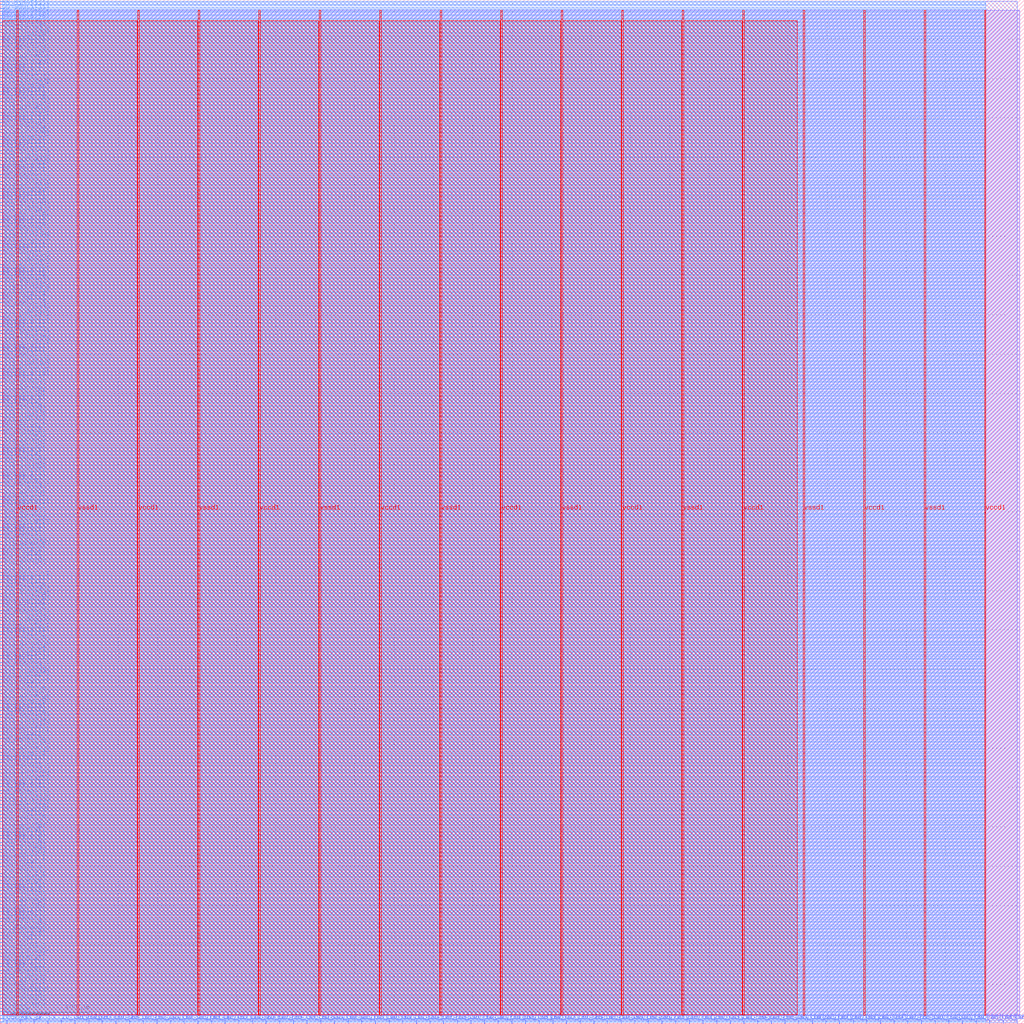
<source format=lef>
VERSION 5.7 ;
  NOWIREEXTENSIONATPIN ON ;
  DIVIDERCHAR "/" ;
  BUSBITCHARS "[]" ;
MACRO c0_system
  CLASS BLOCK ;
  FOREIGN c0_system ;
  ORIGIN 0.000 0.000 ;
  SIZE 1300.000 BY 1300.000 ;
  PIN bb_addr0[0]
    DIRECTION OUTPUT TRISTATE ;
    USE SIGNAL ;
    PORT
      LAYER met3 ;
        RECT 0.000 581.440 4.000 582.040 ;
    END
  END bb_addr0[0]
  PIN bb_addr0[10]
    DIRECTION OUTPUT TRISTATE ;
    USE SIGNAL ;
    PORT
      LAYER met3 ;
        RECT 0.000 818.760 4.000 819.360 ;
    END
  END bb_addr0[10]
  PIN bb_addr0[11]
    DIRECTION OUTPUT TRISTATE ;
    USE SIGNAL ;
    PORT
      LAYER met3 ;
        RECT 0.000 840.520 4.000 841.120 ;
    END
  END bb_addr0[11]
  PIN bb_addr0[12]
    DIRECTION OUTPUT TRISTATE ;
    USE SIGNAL ;
    PORT
      LAYER met3 ;
        RECT 0.000 862.960 4.000 863.560 ;
    END
  END bb_addr0[12]
  PIN bb_addr0[13]
    DIRECTION OUTPUT TRISTATE ;
    USE SIGNAL ;
    PORT
      LAYER met3 ;
        RECT 0.000 884.720 4.000 885.320 ;
    END
  END bb_addr0[13]
  PIN bb_addr0[14]
    DIRECTION OUTPUT TRISTATE ;
    USE SIGNAL ;
    PORT
      LAYER met3 ;
        RECT 0.000 906.480 4.000 907.080 ;
    END
  END bb_addr0[14]
  PIN bb_addr0[15]
    DIRECTION OUTPUT TRISTATE ;
    USE SIGNAL ;
    PORT
      LAYER met3 ;
        RECT 0.000 928.240 4.000 928.840 ;
    END
  END bb_addr0[15]
  PIN bb_addr0[16]
    DIRECTION OUTPUT TRISTATE ;
    USE SIGNAL ;
    PORT
      LAYER met3 ;
        RECT 0.000 950.680 4.000 951.280 ;
    END
  END bb_addr0[16]
  PIN bb_addr0[17]
    DIRECTION OUTPUT TRISTATE ;
    USE SIGNAL ;
    PORT
      LAYER met3 ;
        RECT 0.000 972.440 4.000 973.040 ;
    END
  END bb_addr0[17]
  PIN bb_addr0[18]
    DIRECTION OUTPUT TRISTATE ;
    USE SIGNAL ;
    PORT
      LAYER met3 ;
        RECT 0.000 994.200 4.000 994.800 ;
    END
  END bb_addr0[18]
  PIN bb_addr0[19]
    DIRECTION OUTPUT TRISTATE ;
    USE SIGNAL ;
    PORT
      LAYER met3 ;
        RECT 0.000 1016.640 4.000 1017.240 ;
    END
  END bb_addr0[19]
  PIN bb_addr0[1]
    DIRECTION OUTPUT TRISTATE ;
    USE SIGNAL ;
    PORT
      LAYER met3 ;
        RECT 0.000 607.960 4.000 608.560 ;
    END
  END bb_addr0[1]
  PIN bb_addr0[20]
    DIRECTION OUTPUT TRISTATE ;
    USE SIGNAL ;
    PORT
      LAYER met3 ;
        RECT 0.000 1038.400 4.000 1039.000 ;
    END
  END bb_addr0[20]
  PIN bb_addr0[21]
    DIRECTION OUTPUT TRISTATE ;
    USE SIGNAL ;
    PORT
      LAYER met3 ;
        RECT 0.000 1060.160 4.000 1060.760 ;
    END
  END bb_addr0[21]
  PIN bb_addr0[22]
    DIRECTION OUTPUT TRISTATE ;
    USE SIGNAL ;
    PORT
      LAYER met3 ;
        RECT 0.000 1082.600 4.000 1083.200 ;
    END
  END bb_addr0[22]
  PIN bb_addr0[23]
    DIRECTION OUTPUT TRISTATE ;
    USE SIGNAL ;
    PORT
      LAYER met3 ;
        RECT 0.000 1104.360 4.000 1104.960 ;
    END
  END bb_addr0[23]
  PIN bb_addr0[24]
    DIRECTION OUTPUT TRISTATE ;
    USE SIGNAL ;
    PORT
      LAYER met3 ;
        RECT 0.000 1126.120 4.000 1126.720 ;
    END
  END bb_addr0[24]
  PIN bb_addr0[25]
    DIRECTION OUTPUT TRISTATE ;
    USE SIGNAL ;
    PORT
      LAYER met3 ;
        RECT 0.000 1147.880 4.000 1148.480 ;
    END
  END bb_addr0[25]
  PIN bb_addr0[26]
    DIRECTION OUTPUT TRISTATE ;
    USE SIGNAL ;
    PORT
      LAYER met3 ;
        RECT 0.000 1170.320 4.000 1170.920 ;
    END
  END bb_addr0[26]
  PIN bb_addr0[27]
    DIRECTION OUTPUT TRISTATE ;
    USE SIGNAL ;
    PORT
      LAYER met3 ;
        RECT 0.000 1192.080 4.000 1192.680 ;
    END
  END bb_addr0[27]
  PIN bb_addr0[28]
    DIRECTION OUTPUT TRISTATE ;
    USE SIGNAL ;
    PORT
      LAYER met3 ;
        RECT 0.000 1213.840 4.000 1214.440 ;
    END
  END bb_addr0[28]
  PIN bb_addr0[29]
    DIRECTION OUTPUT TRISTATE ;
    USE SIGNAL ;
    PORT
      LAYER met3 ;
        RECT 0.000 1236.280 4.000 1236.880 ;
    END
  END bb_addr0[29]
  PIN bb_addr0[2]
    DIRECTION OUTPUT TRISTATE ;
    USE SIGNAL ;
    PORT
      LAYER met3 ;
        RECT 0.000 634.480 4.000 635.080 ;
    END
  END bb_addr0[2]
  PIN bb_addr0[30]
    DIRECTION OUTPUT TRISTATE ;
    USE SIGNAL ;
    PORT
      LAYER met3 ;
        RECT 0.000 1258.040 4.000 1258.640 ;
    END
  END bb_addr0[30]
  PIN bb_addr0[31]
    DIRECTION OUTPUT TRISTATE ;
    USE SIGNAL ;
    PORT
      LAYER met3 ;
        RECT 0.000 1279.800 4.000 1280.400 ;
    END
  END bb_addr0[31]
  PIN bb_addr0[3]
    DIRECTION OUTPUT TRISTATE ;
    USE SIGNAL ;
    PORT
      LAYER met3 ;
        RECT 0.000 660.320 4.000 660.920 ;
    END
  END bb_addr0[3]
  PIN bb_addr0[4]
    DIRECTION OUTPUT TRISTATE ;
    USE SIGNAL ;
    PORT
      LAYER met3 ;
        RECT 0.000 686.840 4.000 687.440 ;
    END
  END bb_addr0[4]
  PIN bb_addr0[5]
    DIRECTION OUTPUT TRISTATE ;
    USE SIGNAL ;
    PORT
      LAYER met3 ;
        RECT 0.000 708.600 4.000 709.200 ;
    END
  END bb_addr0[5]
  PIN bb_addr0[6]
    DIRECTION OUTPUT TRISTATE ;
    USE SIGNAL ;
    PORT
      LAYER met3 ;
        RECT 0.000 731.040 4.000 731.640 ;
    END
  END bb_addr0[6]
  PIN bb_addr0[7]
    DIRECTION OUTPUT TRISTATE ;
    USE SIGNAL ;
    PORT
      LAYER met3 ;
        RECT 0.000 752.800 4.000 753.400 ;
    END
  END bb_addr0[7]
  PIN bb_addr0[8]
    DIRECTION OUTPUT TRISTATE ;
    USE SIGNAL ;
    PORT
      LAYER met3 ;
        RECT 0.000 774.560 4.000 775.160 ;
    END
  END bb_addr0[8]
  PIN bb_addr0[9]
    DIRECTION OUTPUT TRISTATE ;
    USE SIGNAL ;
    PORT
      LAYER met3 ;
        RECT 0.000 797.000 4.000 797.600 ;
    END
  END bb_addr0[9]
  PIN bb_addr1[0]
    DIRECTION OUTPUT TRISTATE ;
    USE SIGNAL ;
    PORT
      LAYER met3 ;
        RECT 0.000 586.200 4.000 586.800 ;
    END
  END bb_addr1[0]
  PIN bb_addr1[10]
    DIRECTION OUTPUT TRISTATE ;
    USE SIGNAL ;
    PORT
      LAYER met3 ;
        RECT 0.000 822.840 4.000 823.440 ;
    END
  END bb_addr1[10]
  PIN bb_addr1[11]
    DIRECTION OUTPUT TRISTATE ;
    USE SIGNAL ;
    PORT
      LAYER met3 ;
        RECT 0.000 845.280 4.000 845.880 ;
    END
  END bb_addr1[11]
  PIN bb_addr1[12]
    DIRECTION OUTPUT TRISTATE ;
    USE SIGNAL ;
    PORT
      LAYER met3 ;
        RECT 0.000 867.040 4.000 867.640 ;
    END
  END bb_addr1[12]
  PIN bb_addr1[13]
    DIRECTION OUTPUT TRISTATE ;
    USE SIGNAL ;
    PORT
      LAYER met3 ;
        RECT 0.000 888.800 4.000 889.400 ;
    END
  END bb_addr1[13]
  PIN bb_addr1[14]
    DIRECTION OUTPUT TRISTATE ;
    USE SIGNAL ;
    PORT
      LAYER met3 ;
        RECT 0.000 911.240 4.000 911.840 ;
    END
  END bb_addr1[14]
  PIN bb_addr1[15]
    DIRECTION OUTPUT TRISTATE ;
    USE SIGNAL ;
    PORT
      LAYER met3 ;
        RECT 0.000 933.000 4.000 933.600 ;
    END
  END bb_addr1[15]
  PIN bb_addr1[16]
    DIRECTION OUTPUT TRISTATE ;
    USE SIGNAL ;
    PORT
      LAYER met3 ;
        RECT 0.000 954.760 4.000 955.360 ;
    END
  END bb_addr1[16]
  PIN bb_addr1[17]
    DIRECTION OUTPUT TRISTATE ;
    USE SIGNAL ;
    PORT
      LAYER met3 ;
        RECT 0.000 977.200 4.000 977.800 ;
    END
  END bb_addr1[17]
  PIN bb_addr1[18]
    DIRECTION OUTPUT TRISTATE ;
    USE SIGNAL ;
    PORT
      LAYER met3 ;
        RECT 0.000 998.960 4.000 999.560 ;
    END
  END bb_addr1[18]
  PIN bb_addr1[19]
    DIRECTION OUTPUT TRISTATE ;
    USE SIGNAL ;
    PORT
      LAYER met3 ;
        RECT 0.000 1020.720 4.000 1021.320 ;
    END
  END bb_addr1[19]
  PIN bb_addr1[1]
    DIRECTION OUTPUT TRISTATE ;
    USE SIGNAL ;
    PORT
      LAYER met3 ;
        RECT 0.000 612.040 4.000 612.640 ;
    END
  END bb_addr1[1]
  PIN bb_addr1[20]
    DIRECTION OUTPUT TRISTATE ;
    USE SIGNAL ;
    PORT
      LAYER met3 ;
        RECT 0.000 1042.480 4.000 1043.080 ;
    END
  END bb_addr1[20]
  PIN bb_addr1[21]
    DIRECTION OUTPUT TRISTATE ;
    USE SIGNAL ;
    PORT
      LAYER met3 ;
        RECT 0.000 1064.920 4.000 1065.520 ;
    END
  END bb_addr1[21]
  PIN bb_addr1[22]
    DIRECTION OUTPUT TRISTATE ;
    USE SIGNAL ;
    PORT
      LAYER met3 ;
        RECT 0.000 1086.680 4.000 1087.280 ;
    END
  END bb_addr1[22]
  PIN bb_addr1[23]
    DIRECTION OUTPUT TRISTATE ;
    USE SIGNAL ;
    PORT
      LAYER met3 ;
        RECT 0.000 1108.440 4.000 1109.040 ;
    END
  END bb_addr1[23]
  PIN bb_addr1[24]
    DIRECTION OUTPUT TRISTATE ;
    USE SIGNAL ;
    PORT
      LAYER met3 ;
        RECT 0.000 1130.880 4.000 1131.480 ;
    END
  END bb_addr1[24]
  PIN bb_addr1[25]
    DIRECTION OUTPUT TRISTATE ;
    USE SIGNAL ;
    PORT
      LAYER met3 ;
        RECT 0.000 1152.640 4.000 1153.240 ;
    END
  END bb_addr1[25]
  PIN bb_addr1[26]
    DIRECTION OUTPUT TRISTATE ;
    USE SIGNAL ;
    PORT
      LAYER met3 ;
        RECT 0.000 1174.400 4.000 1175.000 ;
    END
  END bb_addr1[26]
  PIN bb_addr1[27]
    DIRECTION OUTPUT TRISTATE ;
    USE SIGNAL ;
    PORT
      LAYER met3 ;
        RECT 0.000 1196.160 4.000 1196.760 ;
    END
  END bb_addr1[27]
  PIN bb_addr1[28]
    DIRECTION OUTPUT TRISTATE ;
    USE SIGNAL ;
    PORT
      LAYER met3 ;
        RECT 0.000 1218.600 4.000 1219.200 ;
    END
  END bb_addr1[28]
  PIN bb_addr1[29]
    DIRECTION OUTPUT TRISTATE ;
    USE SIGNAL ;
    PORT
      LAYER met3 ;
        RECT 0.000 1240.360 4.000 1240.960 ;
    END
  END bb_addr1[29]
  PIN bb_addr1[2]
    DIRECTION OUTPUT TRISTATE ;
    USE SIGNAL ;
    PORT
      LAYER met3 ;
        RECT 0.000 638.560 4.000 639.160 ;
    END
  END bb_addr1[2]
  PIN bb_addr1[30]
    DIRECTION OUTPUT TRISTATE ;
    USE SIGNAL ;
    PORT
      LAYER met3 ;
        RECT 0.000 1262.120 4.000 1262.720 ;
    END
  END bb_addr1[30]
  PIN bb_addr1[31]
    DIRECTION OUTPUT TRISTATE ;
    USE SIGNAL ;
    PORT
      LAYER met3 ;
        RECT 0.000 1284.560 4.000 1285.160 ;
    END
  END bb_addr1[31]
  PIN bb_addr1[3]
    DIRECTION OUTPUT TRISTATE ;
    USE SIGNAL ;
    PORT
      LAYER met3 ;
        RECT 0.000 665.080 4.000 665.680 ;
    END
  END bb_addr1[3]
  PIN bb_addr1[4]
    DIRECTION OUTPUT TRISTATE ;
    USE SIGNAL ;
    PORT
      LAYER met3 ;
        RECT 0.000 691.600 4.000 692.200 ;
    END
  END bb_addr1[4]
  PIN bb_addr1[5]
    DIRECTION OUTPUT TRISTATE ;
    USE SIGNAL ;
    PORT
      LAYER met3 ;
        RECT 0.000 713.360 4.000 713.960 ;
    END
  END bb_addr1[5]
  PIN bb_addr1[6]
    DIRECTION OUTPUT TRISTATE ;
    USE SIGNAL ;
    PORT
      LAYER met3 ;
        RECT 0.000 735.120 4.000 735.720 ;
    END
  END bb_addr1[6]
  PIN bb_addr1[7]
    DIRECTION OUTPUT TRISTATE ;
    USE SIGNAL ;
    PORT
      LAYER met3 ;
        RECT 0.000 757.560 4.000 758.160 ;
    END
  END bb_addr1[7]
  PIN bb_addr1[8]
    DIRECTION OUTPUT TRISTATE ;
    USE SIGNAL ;
    PORT
      LAYER met3 ;
        RECT 0.000 779.320 4.000 779.920 ;
    END
  END bb_addr1[8]
  PIN bb_addr1[9]
    DIRECTION OUTPUT TRISTATE ;
    USE SIGNAL ;
    PORT
      LAYER met3 ;
        RECT 0.000 801.080 4.000 801.680 ;
    END
  END bb_addr1[9]
  PIN bb_csb0
    DIRECTION OUTPUT TRISTATE ;
    USE SIGNAL ;
    PORT
      LAYER met3 ;
        RECT 0.000 568.520 4.000 569.120 ;
    END
  END bb_csb0
  PIN bb_csb1
    DIRECTION OUTPUT TRISTATE ;
    USE SIGNAL ;
    PORT
      LAYER met3 ;
        RECT 0.000 572.600 4.000 573.200 ;
    END
  END bb_csb1
  PIN bb_din0[0]
    DIRECTION OUTPUT TRISTATE ;
    USE SIGNAL ;
    PORT
      LAYER met3 ;
        RECT 0.000 590.280 4.000 590.880 ;
    END
  END bb_din0[0]
  PIN bb_din0[10]
    DIRECTION OUTPUT TRISTATE ;
    USE SIGNAL ;
    PORT
      LAYER met3 ;
        RECT 0.000 827.600 4.000 828.200 ;
    END
  END bb_din0[10]
  PIN bb_din0[11]
    DIRECTION OUTPUT TRISTATE ;
    USE SIGNAL ;
    PORT
      LAYER met3 ;
        RECT 0.000 849.360 4.000 849.960 ;
    END
  END bb_din0[11]
  PIN bb_din0[12]
    DIRECTION OUTPUT TRISTATE ;
    USE SIGNAL ;
    PORT
      LAYER met3 ;
        RECT 0.000 871.120 4.000 871.720 ;
    END
  END bb_din0[12]
  PIN bb_din0[13]
    DIRECTION OUTPUT TRISTATE ;
    USE SIGNAL ;
    PORT
      LAYER met3 ;
        RECT 0.000 893.560 4.000 894.160 ;
    END
  END bb_din0[13]
  PIN bb_din0[14]
    DIRECTION OUTPUT TRISTATE ;
    USE SIGNAL ;
    PORT
      LAYER met3 ;
        RECT 0.000 915.320 4.000 915.920 ;
    END
  END bb_din0[14]
  PIN bb_din0[15]
    DIRECTION OUTPUT TRISTATE ;
    USE SIGNAL ;
    PORT
      LAYER met3 ;
        RECT 0.000 937.080 4.000 937.680 ;
    END
  END bb_din0[15]
  PIN bb_din0[16]
    DIRECTION OUTPUT TRISTATE ;
    USE SIGNAL ;
    PORT
      LAYER met3 ;
        RECT 0.000 959.520 4.000 960.120 ;
    END
  END bb_din0[16]
  PIN bb_din0[17]
    DIRECTION OUTPUT TRISTATE ;
    USE SIGNAL ;
    PORT
      LAYER met3 ;
        RECT 0.000 981.280 4.000 981.880 ;
    END
  END bb_din0[17]
  PIN bb_din0[18]
    DIRECTION OUTPUT TRISTATE ;
    USE SIGNAL ;
    PORT
      LAYER met3 ;
        RECT 0.000 1003.040 4.000 1003.640 ;
    END
  END bb_din0[18]
  PIN bb_din0[19]
    DIRECTION OUTPUT TRISTATE ;
    USE SIGNAL ;
    PORT
      LAYER met3 ;
        RECT 0.000 1025.480 4.000 1026.080 ;
    END
  END bb_din0[19]
  PIN bb_din0[1]
    DIRECTION OUTPUT TRISTATE ;
    USE SIGNAL ;
    PORT
      LAYER met3 ;
        RECT 0.000 616.800 4.000 617.400 ;
    END
  END bb_din0[1]
  PIN bb_din0[20]
    DIRECTION OUTPUT TRISTATE ;
    USE SIGNAL ;
    PORT
      LAYER met3 ;
        RECT 0.000 1047.240 4.000 1047.840 ;
    END
  END bb_din0[20]
  PIN bb_din0[21]
    DIRECTION OUTPUT TRISTATE ;
    USE SIGNAL ;
    PORT
      LAYER met3 ;
        RECT 0.000 1069.000 4.000 1069.600 ;
    END
  END bb_din0[21]
  PIN bb_din0[22]
    DIRECTION OUTPUT TRISTATE ;
    USE SIGNAL ;
    PORT
      LAYER met3 ;
        RECT 0.000 1090.760 4.000 1091.360 ;
    END
  END bb_din0[22]
  PIN bb_din0[23]
    DIRECTION OUTPUT TRISTATE ;
    USE SIGNAL ;
    PORT
      LAYER met3 ;
        RECT 0.000 1113.200 4.000 1113.800 ;
    END
  END bb_din0[23]
  PIN bb_din0[24]
    DIRECTION OUTPUT TRISTATE ;
    USE SIGNAL ;
    PORT
      LAYER met3 ;
        RECT 0.000 1134.960 4.000 1135.560 ;
    END
  END bb_din0[24]
  PIN bb_din0[25]
    DIRECTION OUTPUT TRISTATE ;
    USE SIGNAL ;
    PORT
      LAYER met3 ;
        RECT 0.000 1156.720 4.000 1157.320 ;
    END
  END bb_din0[25]
  PIN bb_din0[26]
    DIRECTION OUTPUT TRISTATE ;
    USE SIGNAL ;
    PORT
      LAYER met3 ;
        RECT 0.000 1179.160 4.000 1179.760 ;
    END
  END bb_din0[26]
  PIN bb_din0[27]
    DIRECTION OUTPUT TRISTATE ;
    USE SIGNAL ;
    PORT
      LAYER met3 ;
        RECT 0.000 1200.920 4.000 1201.520 ;
    END
  END bb_din0[27]
  PIN bb_din0[28]
    DIRECTION OUTPUT TRISTATE ;
    USE SIGNAL ;
    PORT
      LAYER met3 ;
        RECT 0.000 1222.680 4.000 1223.280 ;
    END
  END bb_din0[28]
  PIN bb_din0[29]
    DIRECTION OUTPUT TRISTATE ;
    USE SIGNAL ;
    PORT
      LAYER met3 ;
        RECT 0.000 1245.120 4.000 1245.720 ;
    END
  END bb_din0[29]
  PIN bb_din0[2]
    DIRECTION OUTPUT TRISTATE ;
    USE SIGNAL ;
    PORT
      LAYER met3 ;
        RECT 0.000 643.320 4.000 643.920 ;
    END
  END bb_din0[2]
  PIN bb_din0[30]
    DIRECTION OUTPUT TRISTATE ;
    USE SIGNAL ;
    PORT
      LAYER met3 ;
        RECT 0.000 1266.880 4.000 1267.480 ;
    END
  END bb_din0[30]
  PIN bb_din0[31]
    DIRECTION OUTPUT TRISTATE ;
    USE SIGNAL ;
    PORT
      LAYER met3 ;
        RECT 0.000 1288.640 4.000 1289.240 ;
    END
  END bb_din0[31]
  PIN bb_din0[3]
    DIRECTION OUTPUT TRISTATE ;
    USE SIGNAL ;
    PORT
      LAYER met3 ;
        RECT 0.000 669.160 4.000 669.760 ;
    END
  END bb_din0[3]
  PIN bb_din0[4]
    DIRECTION OUTPUT TRISTATE ;
    USE SIGNAL ;
    PORT
      LAYER met3 ;
        RECT 0.000 695.680 4.000 696.280 ;
    END
  END bb_din0[4]
  PIN bb_din0[5]
    DIRECTION OUTPUT TRISTATE ;
    USE SIGNAL ;
    PORT
      LAYER met3 ;
        RECT 0.000 717.440 4.000 718.040 ;
    END
  END bb_din0[5]
  PIN bb_din0[6]
    DIRECTION OUTPUT TRISTATE ;
    USE SIGNAL ;
    PORT
      LAYER met3 ;
        RECT 0.000 739.880 4.000 740.480 ;
    END
  END bb_din0[6]
  PIN bb_din0[7]
    DIRECTION OUTPUT TRISTATE ;
    USE SIGNAL ;
    PORT
      LAYER met3 ;
        RECT 0.000 761.640 4.000 762.240 ;
    END
  END bb_din0[7]
  PIN bb_din0[8]
    DIRECTION OUTPUT TRISTATE ;
    USE SIGNAL ;
    PORT
      LAYER met3 ;
        RECT 0.000 783.400 4.000 784.000 ;
    END
  END bb_din0[8]
  PIN bb_din0[9]
    DIRECTION OUTPUT TRISTATE ;
    USE SIGNAL ;
    PORT
      LAYER met3 ;
        RECT 0.000 805.840 4.000 806.440 ;
    END
  END bb_din0[9]
  PIN bb_dout0[0]
    DIRECTION INPUT ;
    USE SIGNAL ;
    PORT
      LAYER met3 ;
        RECT 0.000 595.040 4.000 595.640 ;
    END
  END bb_dout0[0]
  PIN bb_dout0[10]
    DIRECTION INPUT ;
    USE SIGNAL ;
    PORT
      LAYER met3 ;
        RECT 0.000 831.680 4.000 832.280 ;
    END
  END bb_dout0[10]
  PIN bb_dout0[11]
    DIRECTION INPUT ;
    USE SIGNAL ;
    PORT
      LAYER met3 ;
        RECT 0.000 854.120 4.000 854.720 ;
    END
  END bb_dout0[11]
  PIN bb_dout0[12]
    DIRECTION INPUT ;
    USE SIGNAL ;
    PORT
      LAYER met3 ;
        RECT 0.000 875.880 4.000 876.480 ;
    END
  END bb_dout0[12]
  PIN bb_dout0[13]
    DIRECTION INPUT ;
    USE SIGNAL ;
    PORT
      LAYER met3 ;
        RECT 0.000 897.640 4.000 898.240 ;
    END
  END bb_dout0[13]
  PIN bb_dout0[14]
    DIRECTION INPUT ;
    USE SIGNAL ;
    PORT
      LAYER met3 ;
        RECT 0.000 920.080 4.000 920.680 ;
    END
  END bb_dout0[14]
  PIN bb_dout0[15]
    DIRECTION INPUT ;
    USE SIGNAL ;
    PORT
      LAYER met3 ;
        RECT 0.000 941.840 4.000 942.440 ;
    END
  END bb_dout0[15]
  PIN bb_dout0[16]
    DIRECTION INPUT ;
    USE SIGNAL ;
    PORT
      LAYER met3 ;
        RECT 0.000 963.600 4.000 964.200 ;
    END
  END bb_dout0[16]
  PIN bb_dout0[17]
    DIRECTION INPUT ;
    USE SIGNAL ;
    PORT
      LAYER met3 ;
        RECT 0.000 985.360 4.000 985.960 ;
    END
  END bb_dout0[17]
  PIN bb_dout0[18]
    DIRECTION INPUT ;
    USE SIGNAL ;
    PORT
      LAYER met3 ;
        RECT 0.000 1007.800 4.000 1008.400 ;
    END
  END bb_dout0[18]
  PIN bb_dout0[19]
    DIRECTION INPUT ;
    USE SIGNAL ;
    PORT
      LAYER met3 ;
        RECT 0.000 1029.560 4.000 1030.160 ;
    END
  END bb_dout0[19]
  PIN bb_dout0[1]
    DIRECTION INPUT ;
    USE SIGNAL ;
    PORT
      LAYER met3 ;
        RECT 0.000 620.880 4.000 621.480 ;
    END
  END bb_dout0[1]
  PIN bb_dout0[20]
    DIRECTION INPUT ;
    USE SIGNAL ;
    PORT
      LAYER met3 ;
        RECT 0.000 1051.320 4.000 1051.920 ;
    END
  END bb_dout0[20]
  PIN bb_dout0[21]
    DIRECTION INPUT ;
    USE SIGNAL ;
    PORT
      LAYER met3 ;
        RECT 0.000 1073.760 4.000 1074.360 ;
    END
  END bb_dout0[21]
  PIN bb_dout0[22]
    DIRECTION INPUT ;
    USE SIGNAL ;
    PORT
      LAYER met3 ;
        RECT 0.000 1095.520 4.000 1096.120 ;
    END
  END bb_dout0[22]
  PIN bb_dout0[23]
    DIRECTION INPUT ;
    USE SIGNAL ;
    PORT
      LAYER met3 ;
        RECT 0.000 1117.280 4.000 1117.880 ;
    END
  END bb_dout0[23]
  PIN bb_dout0[24]
    DIRECTION INPUT ;
    USE SIGNAL ;
    PORT
      LAYER met3 ;
        RECT 0.000 1139.720 4.000 1140.320 ;
    END
  END bb_dout0[24]
  PIN bb_dout0[25]
    DIRECTION INPUT ;
    USE SIGNAL ;
    PORT
      LAYER met3 ;
        RECT 0.000 1161.480 4.000 1162.080 ;
    END
  END bb_dout0[25]
  PIN bb_dout0[26]
    DIRECTION INPUT ;
    USE SIGNAL ;
    PORT
      LAYER met3 ;
        RECT 0.000 1183.240 4.000 1183.840 ;
    END
  END bb_dout0[26]
  PIN bb_dout0[27]
    DIRECTION INPUT ;
    USE SIGNAL ;
    PORT
      LAYER met3 ;
        RECT 0.000 1205.000 4.000 1205.600 ;
    END
  END bb_dout0[27]
  PIN bb_dout0[28]
    DIRECTION INPUT ;
    USE SIGNAL ;
    PORT
      LAYER met3 ;
        RECT 0.000 1227.440 4.000 1228.040 ;
    END
  END bb_dout0[28]
  PIN bb_dout0[29]
    DIRECTION INPUT ;
    USE SIGNAL ;
    PORT
      LAYER met3 ;
        RECT 0.000 1249.200 4.000 1249.800 ;
    END
  END bb_dout0[29]
  PIN bb_dout0[2]
    DIRECTION INPUT ;
    USE SIGNAL ;
    PORT
      LAYER met3 ;
        RECT 0.000 647.400 4.000 648.000 ;
    END
  END bb_dout0[2]
  PIN bb_dout0[30]
    DIRECTION INPUT ;
    USE SIGNAL ;
    PORT
      LAYER met3 ;
        RECT 0.000 1270.960 4.000 1271.560 ;
    END
  END bb_dout0[30]
  PIN bb_dout0[31]
    DIRECTION INPUT ;
    USE SIGNAL ;
    PORT
      LAYER met3 ;
        RECT 0.000 1293.400 4.000 1294.000 ;
    END
  END bb_dout0[31]
  PIN bb_dout0[3]
    DIRECTION INPUT ;
    USE SIGNAL ;
    PORT
      LAYER met3 ;
        RECT 0.000 673.920 4.000 674.520 ;
    END
  END bb_dout0[3]
  PIN bb_dout0[4]
    DIRECTION INPUT ;
    USE SIGNAL ;
    PORT
      LAYER met3 ;
        RECT 0.000 700.440 4.000 701.040 ;
    END
  END bb_dout0[4]
  PIN bb_dout0[5]
    DIRECTION INPUT ;
    USE SIGNAL ;
    PORT
      LAYER met3 ;
        RECT 0.000 722.200 4.000 722.800 ;
    END
  END bb_dout0[5]
  PIN bb_dout0[6]
    DIRECTION INPUT ;
    USE SIGNAL ;
    PORT
      LAYER met3 ;
        RECT 0.000 743.960 4.000 744.560 ;
    END
  END bb_dout0[6]
  PIN bb_dout0[7]
    DIRECTION INPUT ;
    USE SIGNAL ;
    PORT
      LAYER met3 ;
        RECT 0.000 765.720 4.000 766.320 ;
    END
  END bb_dout0[7]
  PIN bb_dout0[8]
    DIRECTION INPUT ;
    USE SIGNAL ;
    PORT
      LAYER met3 ;
        RECT 0.000 788.160 4.000 788.760 ;
    END
  END bb_dout0[8]
  PIN bb_dout0[9]
    DIRECTION INPUT ;
    USE SIGNAL ;
    PORT
      LAYER met3 ;
        RECT 0.000 809.920 4.000 810.520 ;
    END
  END bb_dout0[9]
  PIN bb_dout1[0]
    DIRECTION INPUT ;
    USE SIGNAL ;
    PORT
      LAYER met3 ;
        RECT 0.000 599.120 4.000 599.720 ;
    END
  END bb_dout1[0]
  PIN bb_dout1[10]
    DIRECTION INPUT ;
    USE SIGNAL ;
    PORT
      LAYER met3 ;
        RECT 0.000 836.440 4.000 837.040 ;
    END
  END bb_dout1[10]
  PIN bb_dout1[11]
    DIRECTION INPUT ;
    USE SIGNAL ;
    PORT
      LAYER met3 ;
        RECT 0.000 858.200 4.000 858.800 ;
    END
  END bb_dout1[11]
  PIN bb_dout1[12]
    DIRECTION INPUT ;
    USE SIGNAL ;
    PORT
      LAYER met3 ;
        RECT 0.000 879.960 4.000 880.560 ;
    END
  END bb_dout1[12]
  PIN bb_dout1[13]
    DIRECTION INPUT ;
    USE SIGNAL ;
    PORT
      LAYER met3 ;
        RECT 0.000 902.400 4.000 903.000 ;
    END
  END bb_dout1[13]
  PIN bb_dout1[14]
    DIRECTION INPUT ;
    USE SIGNAL ;
    PORT
      LAYER met3 ;
        RECT 0.000 924.160 4.000 924.760 ;
    END
  END bb_dout1[14]
  PIN bb_dout1[15]
    DIRECTION INPUT ;
    USE SIGNAL ;
    PORT
      LAYER met3 ;
        RECT 0.000 945.920 4.000 946.520 ;
    END
  END bb_dout1[15]
  PIN bb_dout1[16]
    DIRECTION INPUT ;
    USE SIGNAL ;
    PORT
      LAYER met3 ;
        RECT 0.000 968.360 4.000 968.960 ;
    END
  END bb_dout1[16]
  PIN bb_dout1[17]
    DIRECTION INPUT ;
    USE SIGNAL ;
    PORT
      LAYER met3 ;
        RECT 0.000 990.120 4.000 990.720 ;
    END
  END bb_dout1[17]
  PIN bb_dout1[18]
    DIRECTION INPUT ;
    USE SIGNAL ;
    PORT
      LAYER met3 ;
        RECT 0.000 1011.880 4.000 1012.480 ;
    END
  END bb_dout1[18]
  PIN bb_dout1[19]
    DIRECTION INPUT ;
    USE SIGNAL ;
    PORT
      LAYER met3 ;
        RECT 0.000 1033.640 4.000 1034.240 ;
    END
  END bb_dout1[19]
  PIN bb_dout1[1]
    DIRECTION INPUT ;
    USE SIGNAL ;
    PORT
      LAYER met3 ;
        RECT 0.000 625.640 4.000 626.240 ;
    END
  END bb_dout1[1]
  PIN bb_dout1[20]
    DIRECTION INPUT ;
    USE SIGNAL ;
    PORT
      LAYER met3 ;
        RECT 0.000 1056.080 4.000 1056.680 ;
    END
  END bb_dout1[20]
  PIN bb_dout1[21]
    DIRECTION INPUT ;
    USE SIGNAL ;
    PORT
      LAYER met3 ;
        RECT 0.000 1077.840 4.000 1078.440 ;
    END
  END bb_dout1[21]
  PIN bb_dout1[22]
    DIRECTION INPUT ;
    USE SIGNAL ;
    PORT
      LAYER met3 ;
        RECT 0.000 1099.600 4.000 1100.200 ;
    END
  END bb_dout1[22]
  PIN bb_dout1[23]
    DIRECTION INPUT ;
    USE SIGNAL ;
    PORT
      LAYER met3 ;
        RECT 0.000 1122.040 4.000 1122.640 ;
    END
  END bb_dout1[23]
  PIN bb_dout1[24]
    DIRECTION INPUT ;
    USE SIGNAL ;
    PORT
      LAYER met3 ;
        RECT 0.000 1143.800 4.000 1144.400 ;
    END
  END bb_dout1[24]
  PIN bb_dout1[25]
    DIRECTION INPUT ;
    USE SIGNAL ;
    PORT
      LAYER met3 ;
        RECT 0.000 1165.560 4.000 1166.160 ;
    END
  END bb_dout1[25]
  PIN bb_dout1[26]
    DIRECTION INPUT ;
    USE SIGNAL ;
    PORT
      LAYER met3 ;
        RECT 0.000 1188.000 4.000 1188.600 ;
    END
  END bb_dout1[26]
  PIN bb_dout1[27]
    DIRECTION INPUT ;
    USE SIGNAL ;
    PORT
      LAYER met3 ;
        RECT 0.000 1209.760 4.000 1210.360 ;
    END
  END bb_dout1[27]
  PIN bb_dout1[28]
    DIRECTION INPUT ;
    USE SIGNAL ;
    PORT
      LAYER met3 ;
        RECT 0.000 1231.520 4.000 1232.120 ;
    END
  END bb_dout1[28]
  PIN bb_dout1[29]
    DIRECTION INPUT ;
    USE SIGNAL ;
    PORT
      LAYER met3 ;
        RECT 0.000 1253.280 4.000 1253.880 ;
    END
  END bb_dout1[29]
  PIN bb_dout1[2]
    DIRECTION INPUT ;
    USE SIGNAL ;
    PORT
      LAYER met3 ;
        RECT 0.000 652.160 4.000 652.760 ;
    END
  END bb_dout1[2]
  PIN bb_dout1[30]
    DIRECTION INPUT ;
    USE SIGNAL ;
    PORT
      LAYER met3 ;
        RECT 0.000 1275.720 4.000 1276.320 ;
    END
  END bb_dout1[30]
  PIN bb_dout1[31]
    DIRECTION INPUT ;
    USE SIGNAL ;
    PORT
      LAYER met3 ;
        RECT 0.000 1297.480 4.000 1298.080 ;
    END
  END bb_dout1[31]
  PIN bb_dout1[3]
    DIRECTION INPUT ;
    USE SIGNAL ;
    PORT
      LAYER met3 ;
        RECT 0.000 678.000 4.000 678.600 ;
    END
  END bb_dout1[3]
  PIN bb_dout1[4]
    DIRECTION INPUT ;
    USE SIGNAL ;
    PORT
      LAYER met3 ;
        RECT 0.000 704.520 4.000 705.120 ;
    END
  END bb_dout1[4]
  PIN bb_dout1[5]
    DIRECTION INPUT ;
    USE SIGNAL ;
    PORT
      LAYER met3 ;
        RECT 0.000 726.280 4.000 726.880 ;
    END
  END bb_dout1[5]
  PIN bb_dout1[6]
    DIRECTION INPUT ;
    USE SIGNAL ;
    PORT
      LAYER met3 ;
        RECT 0.000 748.720 4.000 749.320 ;
    END
  END bb_dout1[6]
  PIN bb_dout1[7]
    DIRECTION INPUT ;
    USE SIGNAL ;
    PORT
      LAYER met3 ;
        RECT 0.000 770.480 4.000 771.080 ;
    END
  END bb_dout1[7]
  PIN bb_dout1[8]
    DIRECTION INPUT ;
    USE SIGNAL ;
    PORT
      LAYER met3 ;
        RECT 0.000 792.240 4.000 792.840 ;
    END
  END bb_dout1[8]
  PIN bb_dout1[9]
    DIRECTION INPUT ;
    USE SIGNAL ;
    PORT
      LAYER met3 ;
        RECT 0.000 814.680 4.000 815.280 ;
    END
  END bb_dout1[9]
  PIN bb_web0
    DIRECTION OUTPUT TRISTATE ;
    USE SIGNAL ;
    PORT
      LAYER met3 ;
        RECT 0.000 577.360 4.000 577.960 ;
    END
  END bb_web0
  PIN bb_wmask0[0]
    DIRECTION OUTPUT TRISTATE ;
    USE SIGNAL ;
    PORT
      LAYER met3 ;
        RECT 0.000 603.200 4.000 603.800 ;
    END
  END bb_wmask0[0]
  PIN bb_wmask0[1]
    DIRECTION OUTPUT TRISTATE ;
    USE SIGNAL ;
    PORT
      LAYER met3 ;
        RECT 0.000 629.720 4.000 630.320 ;
    END
  END bb_wmask0[1]
  PIN bb_wmask0[2]
    DIRECTION OUTPUT TRISTATE ;
    USE SIGNAL ;
    PORT
      LAYER met3 ;
        RECT 0.000 656.240 4.000 656.840 ;
    END
  END bb_wmask0[2]
  PIN bb_wmask0[3]
    DIRECTION OUTPUT TRISTATE ;
    USE SIGNAL ;
    PORT
      LAYER met3 ;
        RECT 0.000 682.760 4.000 683.360 ;
    END
  END bb_wmask0[3]
  PIN clk_g
    DIRECTION INPUT ;
    USE SIGNAL ;
    PORT
      LAYER met2 ;
        RECT 8.370 0.000 8.650 4.000 ;
    END
  END clk_g
  PIN io_gecerli
    DIRECTION OUTPUT TRISTATE ;
    USE SIGNAL ;
    PORT
      LAYER met2 ;
        RECT 77.370 0.000 77.650 4.000 ;
    END
  END io_gecerli
  PIN io_oeb[0]
    DIRECTION OUTPUT TRISTATE ;
    USE SIGNAL ;
    PORT
      LAYER met2 ;
        RECT 94.850 0.000 95.130 4.000 ;
    END
  END io_oeb[0]
  PIN io_oeb[10]
    DIRECTION OUTPUT TRISTATE ;
    USE SIGNAL ;
    PORT
      LAYER met2 ;
        RECT 441.690 0.000 441.970 4.000 ;
    END
  END io_oeb[10]
  PIN io_oeb[11]
    DIRECTION OUTPUT TRISTATE ;
    USE SIGNAL ;
    PORT
      LAYER met2 ;
        RECT 476.190 0.000 476.470 4.000 ;
    END
  END io_oeb[11]
  PIN io_oeb[12]
    DIRECTION OUTPUT TRISTATE ;
    USE SIGNAL ;
    PORT
      LAYER met2 ;
        RECT 510.690 0.000 510.970 4.000 ;
    END
  END io_oeb[12]
  PIN io_oeb[13]
    DIRECTION OUTPUT TRISTATE ;
    USE SIGNAL ;
    PORT
      LAYER met2 ;
        RECT 545.650 0.000 545.930 4.000 ;
    END
  END io_oeb[13]
  PIN io_oeb[14]
    DIRECTION OUTPUT TRISTATE ;
    USE SIGNAL ;
    PORT
      LAYER met2 ;
        RECT 580.150 0.000 580.430 4.000 ;
    END
  END io_oeb[14]
  PIN io_oeb[15]
    DIRECTION OUTPUT TRISTATE ;
    USE SIGNAL ;
    PORT
      LAYER met2 ;
        RECT 614.650 0.000 614.930 4.000 ;
    END
  END io_oeb[15]
  PIN io_oeb[16]
    DIRECTION OUTPUT TRISTATE ;
    USE SIGNAL ;
    PORT
      LAYER met2 ;
        RECT 649.610 0.000 649.890 4.000 ;
    END
  END io_oeb[16]
  PIN io_oeb[17]
    DIRECTION OUTPUT TRISTATE ;
    USE SIGNAL ;
    PORT
      LAYER met2 ;
        RECT 684.110 0.000 684.390 4.000 ;
    END
  END io_oeb[17]
  PIN io_oeb[18]
    DIRECTION OUTPUT TRISTATE ;
    USE SIGNAL ;
    PORT
      LAYER met2 ;
        RECT 718.610 0.000 718.890 4.000 ;
    END
  END io_oeb[18]
  PIN io_oeb[19]
    DIRECTION OUTPUT TRISTATE ;
    USE SIGNAL ;
    PORT
      LAYER met2 ;
        RECT 753.570 0.000 753.850 4.000 ;
    END
  END io_oeb[19]
  PIN io_oeb[1]
    DIRECTION OUTPUT TRISTATE ;
    USE SIGNAL ;
    PORT
      LAYER met2 ;
        RECT 129.350 0.000 129.630 4.000 ;
    END
  END io_oeb[1]
  PIN io_oeb[20]
    DIRECTION OUTPUT TRISTATE ;
    USE SIGNAL ;
    PORT
      LAYER met2 ;
        RECT 788.070 0.000 788.350 4.000 ;
    END
  END io_oeb[20]
  PIN io_oeb[21]
    DIRECTION OUTPUT TRISTATE ;
    USE SIGNAL ;
    PORT
      LAYER met2 ;
        RECT 822.570 0.000 822.850 4.000 ;
    END
  END io_oeb[21]
  PIN io_oeb[22]
    DIRECTION OUTPUT TRISTATE ;
    USE SIGNAL ;
    PORT
      LAYER met2 ;
        RECT 857.530 0.000 857.810 4.000 ;
    END
  END io_oeb[22]
  PIN io_oeb[23]
    DIRECTION OUTPUT TRISTATE ;
    USE SIGNAL ;
    PORT
      LAYER met2 ;
        RECT 892.030 0.000 892.310 4.000 ;
    END
  END io_oeb[23]
  PIN io_oeb[24]
    DIRECTION OUTPUT TRISTATE ;
    USE SIGNAL ;
    PORT
      LAYER met2 ;
        RECT 926.990 0.000 927.270 4.000 ;
    END
  END io_oeb[24]
  PIN io_oeb[25]
    DIRECTION OUTPUT TRISTATE ;
    USE SIGNAL ;
    PORT
      LAYER met2 ;
        RECT 961.490 0.000 961.770 4.000 ;
    END
  END io_oeb[25]
  PIN io_oeb[26]
    DIRECTION OUTPUT TRISTATE ;
    USE SIGNAL ;
    PORT
      LAYER met2 ;
        RECT 995.990 0.000 996.270 4.000 ;
    END
  END io_oeb[26]
  PIN io_oeb[27]
    DIRECTION OUTPUT TRISTATE ;
    USE SIGNAL ;
    PORT
      LAYER met2 ;
        RECT 1030.950 0.000 1031.230 4.000 ;
    END
  END io_oeb[27]
  PIN io_oeb[28]
    DIRECTION OUTPUT TRISTATE ;
    USE SIGNAL ;
    PORT
      LAYER met2 ;
        RECT 1065.450 0.000 1065.730 4.000 ;
    END
  END io_oeb[28]
  PIN io_oeb[29]
    DIRECTION OUTPUT TRISTATE ;
    USE SIGNAL ;
    PORT
      LAYER met2 ;
        RECT 1099.950 0.000 1100.230 4.000 ;
    END
  END io_oeb[29]
  PIN io_oeb[2]
    DIRECTION OUTPUT TRISTATE ;
    USE SIGNAL ;
    PORT
      LAYER met2 ;
        RECT 164.310 0.000 164.590 4.000 ;
    END
  END io_oeb[2]
  PIN io_oeb[30]
    DIRECTION OUTPUT TRISTATE ;
    USE SIGNAL ;
    PORT
      LAYER met2 ;
        RECT 1134.910 0.000 1135.190 4.000 ;
    END
  END io_oeb[30]
  PIN io_oeb[31]
    DIRECTION OUTPUT TRISTATE ;
    USE SIGNAL ;
    PORT
      LAYER met2 ;
        RECT 1169.410 0.000 1169.690 4.000 ;
    END
  END io_oeb[31]
  PIN io_oeb[32]
    DIRECTION OUTPUT TRISTATE ;
    USE SIGNAL ;
    PORT
      LAYER met2 ;
        RECT 1203.910 0.000 1204.190 4.000 ;
    END
  END io_oeb[32]
  PIN io_oeb[33]
    DIRECTION OUTPUT TRISTATE ;
    USE SIGNAL ;
    PORT
      LAYER met2 ;
        RECT 1221.390 0.000 1221.670 4.000 ;
    END
  END io_oeb[33]
  PIN io_oeb[34]
    DIRECTION OUTPUT TRISTATE ;
    USE SIGNAL ;
    PORT
      LAYER met2 ;
        RECT 1238.870 0.000 1239.150 4.000 ;
    END
  END io_oeb[34]
  PIN io_oeb[35]
    DIRECTION OUTPUT TRISTATE ;
    USE SIGNAL ;
    PORT
      LAYER met2 ;
        RECT 1255.890 0.000 1256.170 4.000 ;
    END
  END io_oeb[35]
  PIN io_oeb[36]
    DIRECTION OUTPUT TRISTATE ;
    USE SIGNAL ;
    PORT
      LAYER met2 ;
        RECT 1273.370 0.000 1273.650 4.000 ;
    END
  END io_oeb[36]
  PIN io_oeb[37]
    DIRECTION OUTPUT TRISTATE ;
    USE SIGNAL ;
    PORT
      LAYER met2 ;
        RECT 1290.850 0.000 1291.130 4.000 ;
    END
  END io_oeb[37]
  PIN io_oeb[3]
    DIRECTION OUTPUT TRISTATE ;
    USE SIGNAL ;
    PORT
      LAYER met2 ;
        RECT 198.810 0.000 199.090 4.000 ;
    END
  END io_oeb[3]
  PIN io_oeb[4]
    DIRECTION OUTPUT TRISTATE ;
    USE SIGNAL ;
    PORT
      LAYER met2 ;
        RECT 233.310 0.000 233.590 4.000 ;
    END
  END io_oeb[4]
  PIN io_oeb[5]
    DIRECTION OUTPUT TRISTATE ;
    USE SIGNAL ;
    PORT
      LAYER met2 ;
        RECT 268.270 0.000 268.550 4.000 ;
    END
  END io_oeb[5]
  PIN io_oeb[6]
    DIRECTION OUTPUT TRISTATE ;
    USE SIGNAL ;
    PORT
      LAYER met2 ;
        RECT 302.770 0.000 303.050 4.000 ;
    END
  END io_oeb[6]
  PIN io_oeb[7]
    DIRECTION OUTPUT TRISTATE ;
    USE SIGNAL ;
    PORT
      LAYER met2 ;
        RECT 337.270 0.000 337.550 4.000 ;
    END
  END io_oeb[7]
  PIN io_oeb[8]
    DIRECTION OUTPUT TRISTATE ;
    USE SIGNAL ;
    PORT
      LAYER met2 ;
        RECT 372.230 0.000 372.510 4.000 ;
    END
  END io_oeb[8]
  PIN io_oeb[9]
    DIRECTION OUTPUT TRISTATE ;
    USE SIGNAL ;
    PORT
      LAYER met2 ;
        RECT 406.730 0.000 407.010 4.000 ;
    END
  END io_oeb[9]
  PIN io_ps[0]
    DIRECTION OUTPUT TRISTATE ;
    USE SIGNAL ;
    PORT
      LAYER met2 ;
        RECT 112.330 0.000 112.610 4.000 ;
    END
  END io_ps[0]
  PIN io_ps[10]
    DIRECTION OUTPUT TRISTATE ;
    USE SIGNAL ;
    PORT
      LAYER met2 ;
        RECT 458.710 0.000 458.990 4.000 ;
    END
  END io_ps[10]
  PIN io_ps[11]
    DIRECTION OUTPUT TRISTATE ;
    USE SIGNAL ;
    PORT
      LAYER met2 ;
        RECT 493.670 0.000 493.950 4.000 ;
    END
  END io_ps[11]
  PIN io_ps[12]
    DIRECTION OUTPUT TRISTATE ;
    USE SIGNAL ;
    PORT
      LAYER met2 ;
        RECT 528.170 0.000 528.450 4.000 ;
    END
  END io_ps[12]
  PIN io_ps[13]
    DIRECTION OUTPUT TRISTATE ;
    USE SIGNAL ;
    PORT
      LAYER met2 ;
        RECT 562.670 0.000 562.950 4.000 ;
    END
  END io_ps[13]
  PIN io_ps[14]
    DIRECTION OUTPUT TRISTATE ;
    USE SIGNAL ;
    PORT
      LAYER met2 ;
        RECT 597.630 0.000 597.910 4.000 ;
    END
  END io_ps[14]
  PIN io_ps[15]
    DIRECTION OUTPUT TRISTATE ;
    USE SIGNAL ;
    PORT
      LAYER met2 ;
        RECT 632.130 0.000 632.410 4.000 ;
    END
  END io_ps[15]
  PIN io_ps[16]
    DIRECTION OUTPUT TRISTATE ;
    USE SIGNAL ;
    PORT
      LAYER met2 ;
        RECT 666.630 0.000 666.910 4.000 ;
    END
  END io_ps[16]
  PIN io_ps[17]
    DIRECTION OUTPUT TRISTATE ;
    USE SIGNAL ;
    PORT
      LAYER met2 ;
        RECT 701.590 0.000 701.870 4.000 ;
    END
  END io_ps[17]
  PIN io_ps[18]
    DIRECTION OUTPUT TRISTATE ;
    USE SIGNAL ;
    PORT
      LAYER met2 ;
        RECT 736.090 0.000 736.370 4.000 ;
    END
  END io_ps[18]
  PIN io_ps[19]
    DIRECTION OUTPUT TRISTATE ;
    USE SIGNAL ;
    PORT
      LAYER met2 ;
        RECT 770.590 0.000 770.870 4.000 ;
    END
  END io_ps[19]
  PIN io_ps[1]
    DIRECTION OUTPUT TRISTATE ;
    USE SIGNAL ;
    PORT
      LAYER met2 ;
        RECT 146.830 0.000 147.110 4.000 ;
    END
  END io_ps[1]
  PIN io_ps[20]
    DIRECTION OUTPUT TRISTATE ;
    USE SIGNAL ;
    PORT
      LAYER met2 ;
        RECT 805.550 0.000 805.830 4.000 ;
    END
  END io_ps[20]
  PIN io_ps[21]
    DIRECTION OUTPUT TRISTATE ;
    USE SIGNAL ;
    PORT
      LAYER met2 ;
        RECT 840.050 0.000 840.330 4.000 ;
    END
  END io_ps[21]
  PIN io_ps[22]
    DIRECTION OUTPUT TRISTATE ;
    USE SIGNAL ;
    PORT
      LAYER met2 ;
        RECT 875.010 0.000 875.290 4.000 ;
    END
  END io_ps[22]
  PIN io_ps[23]
    DIRECTION OUTPUT TRISTATE ;
    USE SIGNAL ;
    PORT
      LAYER met2 ;
        RECT 909.510 0.000 909.790 4.000 ;
    END
  END io_ps[23]
  PIN io_ps[24]
    DIRECTION OUTPUT TRISTATE ;
    USE SIGNAL ;
    PORT
      LAYER met2 ;
        RECT 944.010 0.000 944.290 4.000 ;
    END
  END io_ps[24]
  PIN io_ps[25]
    DIRECTION OUTPUT TRISTATE ;
    USE SIGNAL ;
    PORT
      LAYER met2 ;
        RECT 978.970 0.000 979.250 4.000 ;
    END
  END io_ps[25]
  PIN io_ps[26]
    DIRECTION OUTPUT TRISTATE ;
    USE SIGNAL ;
    PORT
      LAYER met2 ;
        RECT 1013.470 0.000 1013.750 4.000 ;
    END
  END io_ps[26]
  PIN io_ps[27]
    DIRECTION OUTPUT TRISTATE ;
    USE SIGNAL ;
    PORT
      LAYER met2 ;
        RECT 1047.970 0.000 1048.250 4.000 ;
    END
  END io_ps[27]
  PIN io_ps[28]
    DIRECTION OUTPUT TRISTATE ;
    USE SIGNAL ;
    PORT
      LAYER met2 ;
        RECT 1082.930 0.000 1083.210 4.000 ;
    END
  END io_ps[28]
  PIN io_ps[29]
    DIRECTION OUTPUT TRISTATE ;
    USE SIGNAL ;
    PORT
      LAYER met2 ;
        RECT 1117.430 0.000 1117.710 4.000 ;
    END
  END io_ps[29]
  PIN io_ps[2]
    DIRECTION OUTPUT TRISTATE ;
    USE SIGNAL ;
    PORT
      LAYER met2 ;
        RECT 181.330 0.000 181.610 4.000 ;
    END
  END io_ps[2]
  PIN io_ps[30]
    DIRECTION OUTPUT TRISTATE ;
    USE SIGNAL ;
    PORT
      LAYER met2 ;
        RECT 1151.930 0.000 1152.210 4.000 ;
    END
  END io_ps[30]
  PIN io_ps[31]
    DIRECTION OUTPUT TRISTATE ;
    USE SIGNAL ;
    PORT
      LAYER met2 ;
        RECT 1186.890 0.000 1187.170 4.000 ;
    END
  END io_ps[31]
  PIN io_ps[3]
    DIRECTION OUTPUT TRISTATE ;
    USE SIGNAL ;
    PORT
      LAYER met2 ;
        RECT 216.290 0.000 216.570 4.000 ;
    END
  END io_ps[3]
  PIN io_ps[4]
    DIRECTION OUTPUT TRISTATE ;
    USE SIGNAL ;
    PORT
      LAYER met2 ;
        RECT 250.790 0.000 251.070 4.000 ;
    END
  END io_ps[4]
  PIN io_ps[5]
    DIRECTION OUTPUT TRISTATE ;
    USE SIGNAL ;
    PORT
      LAYER met2 ;
        RECT 285.290 0.000 285.570 4.000 ;
    END
  END io_ps[5]
  PIN io_ps[6]
    DIRECTION OUTPUT TRISTATE ;
    USE SIGNAL ;
    PORT
      LAYER met2 ;
        RECT 320.250 0.000 320.530 4.000 ;
    END
  END io_ps[6]
  PIN io_ps[7]
    DIRECTION OUTPUT TRISTATE ;
    USE SIGNAL ;
    PORT
      LAYER met2 ;
        RECT 354.750 0.000 355.030 4.000 ;
    END
  END io_ps[7]
  PIN io_ps[8]
    DIRECTION OUTPUT TRISTATE ;
    USE SIGNAL ;
    PORT
      LAYER met2 ;
        RECT 389.250 0.000 389.530 4.000 ;
    END
  END io_ps[8]
  PIN io_ps[9]
    DIRECTION OUTPUT TRISTATE ;
    USE SIGNAL ;
    PORT
      LAYER met2 ;
        RECT 424.210 0.000 424.490 4.000 ;
    END
  END io_ps[9]
  PIN rst_g
    DIRECTION INPUT ;
    USE SIGNAL ;
    PORT
      LAYER met2 ;
        RECT 25.390 0.000 25.670 4.000 ;
    END
  END rst_g
  PIN rx
    DIRECTION INPUT ;
    USE SIGNAL ;
    PORT
      LAYER met2 ;
        RECT 60.350 0.000 60.630 4.000 ;
    END
  END rx
  PIN tx
    DIRECTION OUTPUT TRISTATE ;
    USE SIGNAL ;
    PORT
      LAYER met2 ;
        RECT 42.870 0.000 43.150 4.000 ;
    END
  END tx
  PIN vb_addr0[0]
    DIRECTION OUTPUT TRISTATE ;
    USE SIGNAL ;
    PORT
      LAYER met3 ;
        RECT 0.000 15.000 4.000 15.600 ;
    END
  END vb_addr0[0]
  PIN vb_addr0[10]
    DIRECTION OUTPUT TRISTATE ;
    USE SIGNAL ;
    PORT
      LAYER met3 ;
        RECT 0.000 252.320 4.000 252.920 ;
    END
  END vb_addr0[10]
  PIN vb_addr0[11]
    DIRECTION OUTPUT TRISTATE ;
    USE SIGNAL ;
    PORT
      LAYER met3 ;
        RECT 0.000 274.080 4.000 274.680 ;
    END
  END vb_addr0[11]
  PIN vb_addr0[12]
    DIRECTION OUTPUT TRISTATE ;
    USE SIGNAL ;
    PORT
      LAYER met3 ;
        RECT 0.000 295.840 4.000 296.440 ;
    END
  END vb_addr0[12]
  PIN vb_addr0[1]
    DIRECTION OUTPUT TRISTATE ;
    USE SIGNAL ;
    PORT
      LAYER met3 ;
        RECT 0.000 41.520 4.000 42.120 ;
    END
  END vb_addr0[1]
  PIN vb_addr0[2]
    DIRECTION OUTPUT TRISTATE ;
    USE SIGNAL ;
    PORT
      LAYER met3 ;
        RECT 0.000 67.360 4.000 67.960 ;
    END
  END vb_addr0[2]
  PIN vb_addr0[3]
    DIRECTION OUTPUT TRISTATE ;
    USE SIGNAL ;
    PORT
      LAYER met3 ;
        RECT 0.000 93.880 4.000 94.480 ;
    END
  END vb_addr0[3]
  PIN vb_addr0[4]
    DIRECTION OUTPUT TRISTATE ;
    USE SIGNAL ;
    PORT
      LAYER met3 ;
        RECT 0.000 120.400 4.000 121.000 ;
    END
  END vb_addr0[4]
  PIN vb_addr0[5]
    DIRECTION OUTPUT TRISTATE ;
    USE SIGNAL ;
    PORT
      LAYER met3 ;
        RECT 0.000 142.160 4.000 142.760 ;
    END
  END vb_addr0[5]
  PIN vb_addr0[6]
    DIRECTION OUTPUT TRISTATE ;
    USE SIGNAL ;
    PORT
      LAYER met3 ;
        RECT 0.000 164.600 4.000 165.200 ;
    END
  END vb_addr0[6]
  PIN vb_addr0[7]
    DIRECTION OUTPUT TRISTATE ;
    USE SIGNAL ;
    PORT
      LAYER met3 ;
        RECT 0.000 186.360 4.000 186.960 ;
    END
  END vb_addr0[7]
  PIN vb_addr0[8]
    DIRECTION OUTPUT TRISTATE ;
    USE SIGNAL ;
    PORT
      LAYER met3 ;
        RECT 0.000 208.120 4.000 208.720 ;
    END
  END vb_addr0[8]
  PIN vb_addr0[9]
    DIRECTION OUTPUT TRISTATE ;
    USE SIGNAL ;
    PORT
      LAYER met3 ;
        RECT 0.000 229.880 4.000 230.480 ;
    END
  END vb_addr0[9]
  PIN vb_addr1[0]
    DIRECTION OUTPUT TRISTATE ;
    USE SIGNAL ;
    PORT
      LAYER met3 ;
        RECT 0.000 19.080 4.000 19.680 ;
    END
  END vb_addr1[0]
  PIN vb_addr1[10]
    DIRECTION OUTPUT TRISTATE ;
    USE SIGNAL ;
    PORT
      LAYER met3 ;
        RECT 0.000 256.400 4.000 257.000 ;
    END
  END vb_addr1[10]
  PIN vb_addr1[11]
    DIRECTION OUTPUT TRISTATE ;
    USE SIGNAL ;
    PORT
      LAYER met3 ;
        RECT 0.000 278.160 4.000 278.760 ;
    END
  END vb_addr1[11]
  PIN vb_addr1[12]
    DIRECTION OUTPUT TRISTATE ;
    USE SIGNAL ;
    PORT
      LAYER met3 ;
        RECT 0.000 300.600 4.000 301.200 ;
    END
  END vb_addr1[12]
  PIN vb_addr1[1]
    DIRECTION OUTPUT TRISTATE ;
    USE SIGNAL ;
    PORT
      LAYER met3 ;
        RECT 0.000 45.600 4.000 46.200 ;
    END
  END vb_addr1[1]
  PIN vb_addr1[2]
    DIRECTION OUTPUT TRISTATE ;
    USE SIGNAL ;
    PORT
      LAYER met3 ;
        RECT 0.000 72.120 4.000 72.720 ;
    END
  END vb_addr1[2]
  PIN vb_addr1[3]
    DIRECTION OUTPUT TRISTATE ;
    USE SIGNAL ;
    PORT
      LAYER met3 ;
        RECT 0.000 98.640 4.000 99.240 ;
    END
  END vb_addr1[3]
  PIN vb_addr1[4]
    DIRECTION OUTPUT TRISTATE ;
    USE SIGNAL ;
    PORT
      LAYER met3 ;
        RECT 0.000 124.480 4.000 125.080 ;
    END
  END vb_addr1[4]
  PIN vb_addr1[5]
    DIRECTION OUTPUT TRISTATE ;
    USE SIGNAL ;
    PORT
      LAYER met3 ;
        RECT 0.000 146.920 4.000 147.520 ;
    END
  END vb_addr1[5]
  PIN vb_addr1[6]
    DIRECTION OUTPUT TRISTATE ;
    USE SIGNAL ;
    PORT
      LAYER met3 ;
        RECT 0.000 168.680 4.000 169.280 ;
    END
  END vb_addr1[6]
  PIN vb_addr1[7]
    DIRECTION OUTPUT TRISTATE ;
    USE SIGNAL ;
    PORT
      LAYER met3 ;
        RECT 0.000 190.440 4.000 191.040 ;
    END
  END vb_addr1[7]
  PIN vb_addr1[8]
    DIRECTION OUTPUT TRISTATE ;
    USE SIGNAL ;
    PORT
      LAYER met3 ;
        RECT 0.000 212.880 4.000 213.480 ;
    END
  END vb_addr1[8]
  PIN vb_addr1[9]
    DIRECTION OUTPUT TRISTATE ;
    USE SIGNAL ;
    PORT
      LAYER met3 ;
        RECT 0.000 234.640 4.000 235.240 ;
    END
  END vb_addr1[9]
  PIN vb_csb0
    DIRECTION OUTPUT TRISTATE ;
    USE SIGNAL ;
    PORT
      LAYER met3 ;
        RECT 0.000 2.080 4.000 2.680 ;
    END
  END vb_csb0
  PIN vb_csb1
    DIRECTION OUTPUT TRISTATE ;
    USE SIGNAL ;
    PORT
      LAYER met3 ;
        RECT 0.000 6.160 4.000 6.760 ;
    END
  END vb_csb1
  PIN vb_din0[0]
    DIRECTION OUTPUT TRISTATE ;
    USE SIGNAL ;
    PORT
      LAYER met3 ;
        RECT 0.000 23.840 4.000 24.440 ;
    END
  END vb_din0[0]
  PIN vb_din0[10]
    DIRECTION OUTPUT TRISTATE ;
    USE SIGNAL ;
    PORT
      LAYER met3 ;
        RECT 0.000 261.160 4.000 261.760 ;
    END
  END vb_din0[10]
  PIN vb_din0[11]
    DIRECTION OUTPUT TRISTATE ;
    USE SIGNAL ;
    PORT
      LAYER met3 ;
        RECT 0.000 282.920 4.000 283.520 ;
    END
  END vb_din0[11]
  PIN vb_din0[12]
    DIRECTION OUTPUT TRISTATE ;
    USE SIGNAL ;
    PORT
      LAYER met3 ;
        RECT 0.000 304.680 4.000 305.280 ;
    END
  END vb_din0[12]
  PIN vb_din0[13]
    DIRECTION OUTPUT TRISTATE ;
    USE SIGNAL ;
    PORT
      LAYER met3 ;
        RECT 0.000 318.280 4.000 318.880 ;
    END
  END vb_din0[13]
  PIN vb_din0[14]
    DIRECTION OUTPUT TRISTATE ;
    USE SIGNAL ;
    PORT
      LAYER met3 ;
        RECT 0.000 331.200 4.000 331.800 ;
    END
  END vb_din0[14]
  PIN vb_din0[15]
    DIRECTION OUTPUT TRISTATE ;
    USE SIGNAL ;
    PORT
      LAYER met3 ;
        RECT 0.000 344.120 4.000 344.720 ;
    END
  END vb_din0[15]
  PIN vb_din0[16]
    DIRECTION OUTPUT TRISTATE ;
    USE SIGNAL ;
    PORT
      LAYER met3 ;
        RECT 0.000 357.720 4.000 358.320 ;
    END
  END vb_din0[16]
  PIN vb_din0[17]
    DIRECTION OUTPUT TRISTATE ;
    USE SIGNAL ;
    PORT
      LAYER met3 ;
        RECT 0.000 370.640 4.000 371.240 ;
    END
  END vb_din0[17]
  PIN vb_din0[18]
    DIRECTION OUTPUT TRISTATE ;
    USE SIGNAL ;
    PORT
      LAYER met3 ;
        RECT 0.000 383.560 4.000 384.160 ;
    END
  END vb_din0[18]
  PIN vb_din0[19]
    DIRECTION OUTPUT TRISTATE ;
    USE SIGNAL ;
    PORT
      LAYER met3 ;
        RECT 0.000 397.160 4.000 397.760 ;
    END
  END vb_din0[19]
  PIN vb_din0[1]
    DIRECTION OUTPUT TRISTATE ;
    USE SIGNAL ;
    PORT
      LAYER met3 ;
        RECT 0.000 50.360 4.000 50.960 ;
    END
  END vb_din0[1]
  PIN vb_din0[20]
    DIRECTION OUTPUT TRISTATE ;
    USE SIGNAL ;
    PORT
      LAYER met3 ;
        RECT 0.000 410.080 4.000 410.680 ;
    END
  END vb_din0[20]
  PIN vb_din0[21]
    DIRECTION OUTPUT TRISTATE ;
    USE SIGNAL ;
    PORT
      LAYER met3 ;
        RECT 0.000 423.680 4.000 424.280 ;
    END
  END vb_din0[21]
  PIN vb_din0[22]
    DIRECTION OUTPUT TRISTATE ;
    USE SIGNAL ;
    PORT
      LAYER met3 ;
        RECT 0.000 436.600 4.000 437.200 ;
    END
  END vb_din0[22]
  PIN vb_din0[23]
    DIRECTION OUTPUT TRISTATE ;
    USE SIGNAL ;
    PORT
      LAYER met3 ;
        RECT 0.000 449.520 4.000 450.120 ;
    END
  END vb_din0[23]
  PIN vb_din0[24]
    DIRECTION OUTPUT TRISTATE ;
    USE SIGNAL ;
    PORT
      LAYER met3 ;
        RECT 0.000 463.120 4.000 463.720 ;
    END
  END vb_din0[24]
  PIN vb_din0[25]
    DIRECTION OUTPUT TRISTATE ;
    USE SIGNAL ;
    PORT
      LAYER met3 ;
        RECT 0.000 476.040 4.000 476.640 ;
    END
  END vb_din0[25]
  PIN vb_din0[26]
    DIRECTION OUTPUT TRISTATE ;
    USE SIGNAL ;
    PORT
      LAYER met3 ;
        RECT 0.000 489.640 4.000 490.240 ;
    END
  END vb_din0[26]
  PIN vb_din0[27]
    DIRECTION OUTPUT TRISTATE ;
    USE SIGNAL ;
    PORT
      LAYER met3 ;
        RECT 0.000 502.560 4.000 503.160 ;
    END
  END vb_din0[27]
  PIN vb_din0[28]
    DIRECTION OUTPUT TRISTATE ;
    USE SIGNAL ;
    PORT
      LAYER met3 ;
        RECT 0.000 515.480 4.000 516.080 ;
    END
  END vb_din0[28]
  PIN vb_din0[29]
    DIRECTION OUTPUT TRISTATE ;
    USE SIGNAL ;
    PORT
      LAYER met3 ;
        RECT 0.000 529.080 4.000 529.680 ;
    END
  END vb_din0[29]
  PIN vb_din0[2]
    DIRECTION OUTPUT TRISTATE ;
    USE SIGNAL ;
    PORT
      LAYER met3 ;
        RECT 0.000 76.200 4.000 76.800 ;
    END
  END vb_din0[2]
  PIN vb_din0[30]
    DIRECTION OUTPUT TRISTATE ;
    USE SIGNAL ;
    PORT
      LAYER met3 ;
        RECT 0.000 542.000 4.000 542.600 ;
    END
  END vb_din0[30]
  PIN vb_din0[31]
    DIRECTION OUTPUT TRISTATE ;
    USE SIGNAL ;
    PORT
      LAYER met3 ;
        RECT 0.000 554.920 4.000 555.520 ;
    END
  END vb_din0[31]
  PIN vb_din0[3]
    DIRECTION OUTPUT TRISTATE ;
    USE SIGNAL ;
    PORT
      LAYER met3 ;
        RECT 0.000 102.720 4.000 103.320 ;
    END
  END vb_din0[3]
  PIN vb_din0[4]
    DIRECTION OUTPUT TRISTATE ;
    USE SIGNAL ;
    PORT
      LAYER met3 ;
        RECT 0.000 129.240 4.000 129.840 ;
    END
  END vb_din0[4]
  PIN vb_din0[5]
    DIRECTION OUTPUT TRISTATE ;
    USE SIGNAL ;
    PORT
      LAYER met3 ;
        RECT 0.000 151.000 4.000 151.600 ;
    END
  END vb_din0[5]
  PIN vb_din0[6]
    DIRECTION OUTPUT TRISTATE ;
    USE SIGNAL ;
    PORT
      LAYER met3 ;
        RECT 0.000 172.760 4.000 173.360 ;
    END
  END vb_din0[6]
  PIN vb_din0[7]
    DIRECTION OUTPUT TRISTATE ;
    USE SIGNAL ;
    PORT
      LAYER met3 ;
        RECT 0.000 195.200 4.000 195.800 ;
    END
  END vb_din0[7]
  PIN vb_din0[8]
    DIRECTION OUTPUT TRISTATE ;
    USE SIGNAL ;
    PORT
      LAYER met3 ;
        RECT 0.000 216.960 4.000 217.560 ;
    END
  END vb_din0[8]
  PIN vb_din0[9]
    DIRECTION OUTPUT TRISTATE ;
    USE SIGNAL ;
    PORT
      LAYER met3 ;
        RECT 0.000 238.720 4.000 239.320 ;
    END
  END vb_din0[9]
  PIN vb_dout0[0]
    DIRECTION INPUT ;
    USE SIGNAL ;
    PORT
      LAYER met3 ;
        RECT 0.000 27.920 4.000 28.520 ;
    END
  END vb_dout0[0]
  PIN vb_dout0[10]
    DIRECTION INPUT ;
    USE SIGNAL ;
    PORT
      LAYER met3 ;
        RECT 0.000 265.240 4.000 265.840 ;
    END
  END vb_dout0[10]
  PIN vb_dout0[11]
    DIRECTION INPUT ;
    USE SIGNAL ;
    PORT
      LAYER met3 ;
        RECT 0.000 287.000 4.000 287.600 ;
    END
  END vb_dout0[11]
  PIN vb_dout0[12]
    DIRECTION INPUT ;
    USE SIGNAL ;
    PORT
      LAYER met3 ;
        RECT 0.000 309.440 4.000 310.040 ;
    END
  END vb_dout0[12]
  PIN vb_dout0[13]
    DIRECTION INPUT ;
    USE SIGNAL ;
    PORT
      LAYER met3 ;
        RECT 0.000 322.360 4.000 322.960 ;
    END
  END vb_dout0[13]
  PIN vb_dout0[14]
    DIRECTION INPUT ;
    USE SIGNAL ;
    PORT
      LAYER met3 ;
        RECT 0.000 335.280 4.000 335.880 ;
    END
  END vb_dout0[14]
  PIN vb_dout0[15]
    DIRECTION INPUT ;
    USE SIGNAL ;
    PORT
      LAYER met3 ;
        RECT 0.000 348.880 4.000 349.480 ;
    END
  END vb_dout0[15]
  PIN vb_dout0[16]
    DIRECTION INPUT ;
    USE SIGNAL ;
    PORT
      LAYER met3 ;
        RECT 0.000 361.800 4.000 362.400 ;
    END
  END vb_dout0[16]
  PIN vb_dout0[17]
    DIRECTION INPUT ;
    USE SIGNAL ;
    PORT
      LAYER met3 ;
        RECT 0.000 375.400 4.000 376.000 ;
    END
  END vb_dout0[17]
  PIN vb_dout0[18]
    DIRECTION INPUT ;
    USE SIGNAL ;
    PORT
      LAYER met3 ;
        RECT 0.000 388.320 4.000 388.920 ;
    END
  END vb_dout0[18]
  PIN vb_dout0[19]
    DIRECTION INPUT ;
    USE SIGNAL ;
    PORT
      LAYER met3 ;
        RECT 0.000 401.240 4.000 401.840 ;
    END
  END vb_dout0[19]
  PIN vb_dout0[1]
    DIRECTION INPUT ;
    USE SIGNAL ;
    PORT
      LAYER met3 ;
        RECT 0.000 54.440 4.000 55.040 ;
    END
  END vb_dout0[1]
  PIN vb_dout0[20]
    DIRECTION INPUT ;
    USE SIGNAL ;
    PORT
      LAYER met3 ;
        RECT 0.000 414.840 4.000 415.440 ;
    END
  END vb_dout0[20]
  PIN vb_dout0[21]
    DIRECTION INPUT ;
    USE SIGNAL ;
    PORT
      LAYER met3 ;
        RECT 0.000 427.760 4.000 428.360 ;
    END
  END vb_dout0[21]
  PIN vb_dout0[22]
    DIRECTION INPUT ;
    USE SIGNAL ;
    PORT
      LAYER met3 ;
        RECT 0.000 440.680 4.000 441.280 ;
    END
  END vb_dout0[22]
  PIN vb_dout0[23]
    DIRECTION INPUT ;
    USE SIGNAL ;
    PORT
      LAYER met3 ;
        RECT 0.000 454.280 4.000 454.880 ;
    END
  END vb_dout0[23]
  PIN vb_dout0[24]
    DIRECTION INPUT ;
    USE SIGNAL ;
    PORT
      LAYER met3 ;
        RECT 0.000 467.200 4.000 467.800 ;
    END
  END vb_dout0[24]
  PIN vb_dout0[25]
    DIRECTION INPUT ;
    USE SIGNAL ;
    PORT
      LAYER met3 ;
        RECT 0.000 480.800 4.000 481.400 ;
    END
  END vb_dout0[25]
  PIN vb_dout0[26]
    DIRECTION INPUT ;
    USE SIGNAL ;
    PORT
      LAYER met3 ;
        RECT 0.000 493.720 4.000 494.320 ;
    END
  END vb_dout0[26]
  PIN vb_dout0[27]
    DIRECTION INPUT ;
    USE SIGNAL ;
    PORT
      LAYER met3 ;
        RECT 0.000 506.640 4.000 507.240 ;
    END
  END vb_dout0[27]
  PIN vb_dout0[28]
    DIRECTION INPUT ;
    USE SIGNAL ;
    PORT
      LAYER met3 ;
        RECT 0.000 520.240 4.000 520.840 ;
    END
  END vb_dout0[28]
  PIN vb_dout0[29]
    DIRECTION INPUT ;
    USE SIGNAL ;
    PORT
      LAYER met3 ;
        RECT 0.000 533.160 4.000 533.760 ;
    END
  END vb_dout0[29]
  PIN vb_dout0[2]
    DIRECTION INPUT ;
    USE SIGNAL ;
    PORT
      LAYER met3 ;
        RECT 0.000 80.960 4.000 81.560 ;
    END
  END vb_dout0[2]
  PIN vb_dout0[30]
    DIRECTION INPUT ;
    USE SIGNAL ;
    PORT
      LAYER met3 ;
        RECT 0.000 546.080 4.000 546.680 ;
    END
  END vb_dout0[30]
  PIN vb_dout0[31]
    DIRECTION INPUT ;
    USE SIGNAL ;
    PORT
      LAYER met3 ;
        RECT 0.000 559.680 4.000 560.280 ;
    END
  END vb_dout0[31]
  PIN vb_dout0[3]
    DIRECTION INPUT ;
    USE SIGNAL ;
    PORT
      LAYER met3 ;
        RECT 0.000 107.480 4.000 108.080 ;
    END
  END vb_dout0[3]
  PIN vb_dout0[4]
    DIRECTION INPUT ;
    USE SIGNAL ;
    PORT
      LAYER met3 ;
        RECT 0.000 133.320 4.000 133.920 ;
    END
  END vb_dout0[4]
  PIN vb_dout0[5]
    DIRECTION INPUT ;
    USE SIGNAL ;
    PORT
      LAYER met3 ;
        RECT 0.000 155.760 4.000 156.360 ;
    END
  END vb_dout0[5]
  PIN vb_dout0[6]
    DIRECTION INPUT ;
    USE SIGNAL ;
    PORT
      LAYER met3 ;
        RECT 0.000 177.520 4.000 178.120 ;
    END
  END vb_dout0[6]
  PIN vb_dout0[7]
    DIRECTION INPUT ;
    USE SIGNAL ;
    PORT
      LAYER met3 ;
        RECT 0.000 199.280 4.000 199.880 ;
    END
  END vb_dout0[7]
  PIN vb_dout0[8]
    DIRECTION INPUT ;
    USE SIGNAL ;
    PORT
      LAYER met3 ;
        RECT 0.000 221.040 4.000 221.640 ;
    END
  END vb_dout0[8]
  PIN vb_dout0[9]
    DIRECTION INPUT ;
    USE SIGNAL ;
    PORT
      LAYER met3 ;
        RECT 0.000 243.480 4.000 244.080 ;
    END
  END vb_dout0[9]
  PIN vb_dout1[0]
    DIRECTION INPUT ;
    USE SIGNAL ;
    PORT
      LAYER met3 ;
        RECT 0.000 32.680 4.000 33.280 ;
    END
  END vb_dout1[0]
  PIN vb_dout1[10]
    DIRECTION INPUT ;
    USE SIGNAL ;
    PORT
      LAYER met3 ;
        RECT 0.000 270.000 4.000 270.600 ;
    END
  END vb_dout1[10]
  PIN vb_dout1[11]
    DIRECTION INPUT ;
    USE SIGNAL ;
    PORT
      LAYER met3 ;
        RECT 0.000 291.760 4.000 292.360 ;
    END
  END vb_dout1[11]
  PIN vb_dout1[12]
    DIRECTION INPUT ;
    USE SIGNAL ;
    PORT
      LAYER met3 ;
        RECT 0.000 313.520 4.000 314.120 ;
    END
  END vb_dout1[12]
  PIN vb_dout1[13]
    DIRECTION INPUT ;
    USE SIGNAL ;
    PORT
      LAYER met3 ;
        RECT 0.000 327.120 4.000 327.720 ;
    END
  END vb_dout1[13]
  PIN vb_dout1[14]
    DIRECTION INPUT ;
    USE SIGNAL ;
    PORT
      LAYER met3 ;
        RECT 0.000 340.040 4.000 340.640 ;
    END
  END vb_dout1[14]
  PIN vb_dout1[15]
    DIRECTION INPUT ;
    USE SIGNAL ;
    PORT
      LAYER met3 ;
        RECT 0.000 352.960 4.000 353.560 ;
    END
  END vb_dout1[15]
  PIN vb_dout1[16]
    DIRECTION INPUT ;
    USE SIGNAL ;
    PORT
      LAYER met3 ;
        RECT 0.000 366.560 4.000 367.160 ;
    END
  END vb_dout1[16]
  PIN vb_dout1[17]
    DIRECTION INPUT ;
    USE SIGNAL ;
    PORT
      LAYER met3 ;
        RECT 0.000 379.480 4.000 380.080 ;
    END
  END vb_dout1[17]
  PIN vb_dout1[18]
    DIRECTION INPUT ;
    USE SIGNAL ;
    PORT
      LAYER met3 ;
        RECT 0.000 392.400 4.000 393.000 ;
    END
  END vb_dout1[18]
  PIN vb_dout1[19]
    DIRECTION INPUT ;
    USE SIGNAL ;
    PORT
      LAYER met3 ;
        RECT 0.000 406.000 4.000 406.600 ;
    END
  END vb_dout1[19]
  PIN vb_dout1[1]
    DIRECTION INPUT ;
    USE SIGNAL ;
    PORT
      LAYER met3 ;
        RECT 0.000 58.520 4.000 59.120 ;
    END
  END vb_dout1[1]
  PIN vb_dout1[20]
    DIRECTION INPUT ;
    USE SIGNAL ;
    PORT
      LAYER met3 ;
        RECT 0.000 418.920 4.000 419.520 ;
    END
  END vb_dout1[20]
  PIN vb_dout1[21]
    DIRECTION INPUT ;
    USE SIGNAL ;
    PORT
      LAYER met3 ;
        RECT 0.000 432.520 4.000 433.120 ;
    END
  END vb_dout1[21]
  PIN vb_dout1[22]
    DIRECTION INPUT ;
    USE SIGNAL ;
    PORT
      LAYER met3 ;
        RECT 0.000 445.440 4.000 446.040 ;
    END
  END vb_dout1[22]
  PIN vb_dout1[23]
    DIRECTION INPUT ;
    USE SIGNAL ;
    PORT
      LAYER met3 ;
        RECT 0.000 458.360 4.000 458.960 ;
    END
  END vb_dout1[23]
  PIN vb_dout1[24]
    DIRECTION INPUT ;
    USE SIGNAL ;
    PORT
      LAYER met3 ;
        RECT 0.000 471.960 4.000 472.560 ;
    END
  END vb_dout1[24]
  PIN vb_dout1[25]
    DIRECTION INPUT ;
    USE SIGNAL ;
    PORT
      LAYER met3 ;
        RECT 0.000 484.880 4.000 485.480 ;
    END
  END vb_dout1[25]
  PIN vb_dout1[26]
    DIRECTION INPUT ;
    USE SIGNAL ;
    PORT
      LAYER met3 ;
        RECT 0.000 497.800 4.000 498.400 ;
    END
  END vb_dout1[26]
  PIN vb_dout1[27]
    DIRECTION INPUT ;
    USE SIGNAL ;
    PORT
      LAYER met3 ;
        RECT 0.000 511.400 4.000 512.000 ;
    END
  END vb_dout1[27]
  PIN vb_dout1[28]
    DIRECTION INPUT ;
    USE SIGNAL ;
    PORT
      LAYER met3 ;
        RECT 0.000 524.320 4.000 524.920 ;
    END
  END vb_dout1[28]
  PIN vb_dout1[29]
    DIRECTION INPUT ;
    USE SIGNAL ;
    PORT
      LAYER met3 ;
        RECT 0.000 537.920 4.000 538.520 ;
    END
  END vb_dout1[29]
  PIN vb_dout1[2]
    DIRECTION INPUT ;
    USE SIGNAL ;
    PORT
      LAYER met3 ;
        RECT 0.000 85.040 4.000 85.640 ;
    END
  END vb_dout1[2]
  PIN vb_dout1[30]
    DIRECTION INPUT ;
    USE SIGNAL ;
    PORT
      LAYER met3 ;
        RECT 0.000 550.840 4.000 551.440 ;
    END
  END vb_dout1[30]
  PIN vb_dout1[31]
    DIRECTION INPUT ;
    USE SIGNAL ;
    PORT
      LAYER met3 ;
        RECT 0.000 563.760 4.000 564.360 ;
    END
  END vb_dout1[31]
  PIN vb_dout1[3]
    DIRECTION INPUT ;
    USE SIGNAL ;
    PORT
      LAYER met3 ;
        RECT 0.000 111.560 4.000 112.160 ;
    END
  END vb_dout1[3]
  PIN vb_dout1[4]
    DIRECTION INPUT ;
    USE SIGNAL ;
    PORT
      LAYER met3 ;
        RECT 0.000 138.080 4.000 138.680 ;
    END
  END vb_dout1[4]
  PIN vb_dout1[5]
    DIRECTION INPUT ;
    USE SIGNAL ;
    PORT
      LAYER met3 ;
        RECT 0.000 159.840 4.000 160.440 ;
    END
  END vb_dout1[5]
  PIN vb_dout1[6]
    DIRECTION INPUT ;
    USE SIGNAL ;
    PORT
      LAYER met3 ;
        RECT 0.000 181.600 4.000 182.200 ;
    END
  END vb_dout1[6]
  PIN vb_dout1[7]
    DIRECTION INPUT ;
    USE SIGNAL ;
    PORT
      LAYER met3 ;
        RECT 0.000 204.040 4.000 204.640 ;
    END
  END vb_dout1[7]
  PIN vb_dout1[8]
    DIRECTION INPUT ;
    USE SIGNAL ;
    PORT
      LAYER met3 ;
        RECT 0.000 225.800 4.000 226.400 ;
    END
  END vb_dout1[8]
  PIN vb_dout1[9]
    DIRECTION INPUT ;
    USE SIGNAL ;
    PORT
      LAYER met3 ;
        RECT 0.000 247.560 4.000 248.160 ;
    END
  END vb_dout1[9]
  PIN vb_web0
    DIRECTION OUTPUT TRISTATE ;
    USE SIGNAL ;
    PORT
      LAYER met3 ;
        RECT 0.000 10.240 4.000 10.840 ;
    END
  END vb_web0
  PIN vb_wmask0[0]
    DIRECTION OUTPUT TRISTATE ;
    USE SIGNAL ;
    PORT
      LAYER met3 ;
        RECT 0.000 36.760 4.000 37.360 ;
    END
  END vb_wmask0[0]
  PIN vb_wmask0[1]
    DIRECTION OUTPUT TRISTATE ;
    USE SIGNAL ;
    PORT
      LAYER met3 ;
        RECT 0.000 63.280 4.000 63.880 ;
    END
  END vb_wmask0[1]
  PIN vb_wmask0[2]
    DIRECTION OUTPUT TRISTATE ;
    USE SIGNAL ;
    PORT
      LAYER met3 ;
        RECT 0.000 89.800 4.000 90.400 ;
    END
  END vb_wmask0[2]
  PIN vb_wmask0[3]
    DIRECTION OUTPUT TRISTATE ;
    USE SIGNAL ;
    PORT
      LAYER met3 ;
        RECT 0.000 115.640 4.000 116.240 ;
    END
  END vb_wmask0[3]
  PIN vccd1
    DIRECTION INPUT ;
    USE POWER ;
    PORT
      LAYER met4 ;
        RECT 21.040 10.640 22.640 1286.800 ;
    END
    PORT
      LAYER met4 ;
        RECT 174.640 10.640 176.240 1286.800 ;
    END
    PORT
      LAYER met4 ;
        RECT 328.240 10.640 329.840 1286.800 ;
    END
    PORT
      LAYER met4 ;
        RECT 481.840 10.640 483.440 1286.800 ;
    END
    PORT
      LAYER met4 ;
        RECT 635.440 10.640 637.040 1286.800 ;
    END
    PORT
      LAYER met4 ;
        RECT 789.040 10.640 790.640 1286.800 ;
    END
    PORT
      LAYER met4 ;
        RECT 942.640 10.640 944.240 1286.800 ;
    END
    PORT
      LAYER met4 ;
        RECT 1096.240 10.640 1097.840 1286.800 ;
    END
    PORT
      LAYER met4 ;
        RECT 1249.840 10.640 1251.440 1286.800 ;
    END
  END vccd1
  PIN vssd1
    DIRECTION INPUT ;
    USE GROUND ;
    PORT
      LAYER met4 ;
        RECT 97.840 10.640 99.440 1286.800 ;
    END
    PORT
      LAYER met4 ;
        RECT 251.440 10.640 253.040 1286.800 ;
    END
    PORT
      LAYER met4 ;
        RECT 405.040 10.640 406.640 1286.800 ;
    END
    PORT
      LAYER met4 ;
        RECT 558.640 10.640 560.240 1286.800 ;
    END
    PORT
      LAYER met4 ;
        RECT 712.240 10.640 713.840 1286.800 ;
    END
    PORT
      LAYER met4 ;
        RECT 865.840 10.640 867.440 1286.800 ;
    END
    PORT
      LAYER met4 ;
        RECT 1019.440 10.640 1021.040 1286.800 ;
    END
    PORT
      LAYER met4 ;
        RECT 1173.040 10.640 1174.640 1286.800 ;
    END
  END vssd1
  OBS
      LAYER li1 ;
        RECT 5.520 10.795 1294.440 1286.645 ;
      LAYER met1 ;
        RECT 2.830 9.900 1294.440 1286.800 ;
      LAYER met2 ;
        RECT 2.860 4.280 1291.120 1297.965 ;
        RECT 2.860 2.195 8.090 4.280 ;
        RECT 8.930 2.195 25.110 4.280 ;
        RECT 25.950 2.195 42.590 4.280 ;
        RECT 43.430 2.195 60.070 4.280 ;
        RECT 60.910 2.195 77.090 4.280 ;
        RECT 77.930 2.195 94.570 4.280 ;
        RECT 95.410 2.195 112.050 4.280 ;
        RECT 112.890 2.195 129.070 4.280 ;
        RECT 129.910 2.195 146.550 4.280 ;
        RECT 147.390 2.195 164.030 4.280 ;
        RECT 164.870 2.195 181.050 4.280 ;
        RECT 181.890 2.195 198.530 4.280 ;
        RECT 199.370 2.195 216.010 4.280 ;
        RECT 216.850 2.195 233.030 4.280 ;
        RECT 233.870 2.195 250.510 4.280 ;
        RECT 251.350 2.195 267.990 4.280 ;
        RECT 268.830 2.195 285.010 4.280 ;
        RECT 285.850 2.195 302.490 4.280 ;
        RECT 303.330 2.195 319.970 4.280 ;
        RECT 320.810 2.195 336.990 4.280 ;
        RECT 337.830 2.195 354.470 4.280 ;
        RECT 355.310 2.195 371.950 4.280 ;
        RECT 372.790 2.195 388.970 4.280 ;
        RECT 389.810 2.195 406.450 4.280 ;
        RECT 407.290 2.195 423.930 4.280 ;
        RECT 424.770 2.195 441.410 4.280 ;
        RECT 442.250 2.195 458.430 4.280 ;
        RECT 459.270 2.195 475.910 4.280 ;
        RECT 476.750 2.195 493.390 4.280 ;
        RECT 494.230 2.195 510.410 4.280 ;
        RECT 511.250 2.195 527.890 4.280 ;
        RECT 528.730 2.195 545.370 4.280 ;
        RECT 546.210 2.195 562.390 4.280 ;
        RECT 563.230 2.195 579.870 4.280 ;
        RECT 580.710 2.195 597.350 4.280 ;
        RECT 598.190 2.195 614.370 4.280 ;
        RECT 615.210 2.195 631.850 4.280 ;
        RECT 632.690 2.195 649.330 4.280 ;
        RECT 650.170 2.195 666.350 4.280 ;
        RECT 667.190 2.195 683.830 4.280 ;
        RECT 684.670 2.195 701.310 4.280 ;
        RECT 702.150 2.195 718.330 4.280 ;
        RECT 719.170 2.195 735.810 4.280 ;
        RECT 736.650 2.195 753.290 4.280 ;
        RECT 754.130 2.195 770.310 4.280 ;
        RECT 771.150 2.195 787.790 4.280 ;
        RECT 788.630 2.195 805.270 4.280 ;
        RECT 806.110 2.195 822.290 4.280 ;
        RECT 823.130 2.195 839.770 4.280 ;
        RECT 840.610 2.195 857.250 4.280 ;
        RECT 858.090 2.195 874.730 4.280 ;
        RECT 875.570 2.195 891.750 4.280 ;
        RECT 892.590 2.195 909.230 4.280 ;
        RECT 910.070 2.195 926.710 4.280 ;
        RECT 927.550 2.195 943.730 4.280 ;
        RECT 944.570 2.195 961.210 4.280 ;
        RECT 962.050 2.195 978.690 4.280 ;
        RECT 979.530 2.195 995.710 4.280 ;
        RECT 996.550 2.195 1013.190 4.280 ;
        RECT 1014.030 2.195 1030.670 4.280 ;
        RECT 1031.510 2.195 1047.690 4.280 ;
        RECT 1048.530 2.195 1065.170 4.280 ;
        RECT 1066.010 2.195 1082.650 4.280 ;
        RECT 1083.490 2.195 1099.670 4.280 ;
        RECT 1100.510 2.195 1117.150 4.280 ;
        RECT 1117.990 2.195 1134.630 4.280 ;
        RECT 1135.470 2.195 1151.650 4.280 ;
        RECT 1152.490 2.195 1169.130 4.280 ;
        RECT 1169.970 2.195 1186.610 4.280 ;
        RECT 1187.450 2.195 1203.630 4.280 ;
        RECT 1204.470 2.195 1221.110 4.280 ;
        RECT 1221.950 2.195 1238.590 4.280 ;
        RECT 1239.430 2.195 1255.610 4.280 ;
        RECT 1256.450 2.195 1273.090 4.280 ;
        RECT 1273.930 2.195 1290.570 4.280 ;
      LAYER met3 ;
        RECT 4.400 1297.080 1251.440 1297.945 ;
        RECT 3.030 1294.400 1251.440 1297.080 ;
        RECT 4.400 1293.000 1251.440 1294.400 ;
        RECT 3.030 1289.640 1251.440 1293.000 ;
        RECT 4.400 1288.240 1251.440 1289.640 ;
        RECT 3.030 1285.560 1251.440 1288.240 ;
        RECT 4.400 1284.160 1251.440 1285.560 ;
        RECT 3.030 1280.800 1251.440 1284.160 ;
        RECT 4.400 1279.400 1251.440 1280.800 ;
        RECT 3.030 1276.720 1251.440 1279.400 ;
        RECT 4.400 1275.320 1251.440 1276.720 ;
        RECT 3.030 1271.960 1251.440 1275.320 ;
        RECT 4.400 1270.560 1251.440 1271.960 ;
        RECT 3.030 1267.880 1251.440 1270.560 ;
        RECT 4.400 1266.480 1251.440 1267.880 ;
        RECT 3.030 1263.120 1251.440 1266.480 ;
        RECT 4.400 1261.720 1251.440 1263.120 ;
        RECT 3.030 1259.040 1251.440 1261.720 ;
        RECT 4.400 1257.640 1251.440 1259.040 ;
        RECT 3.030 1254.280 1251.440 1257.640 ;
        RECT 4.400 1252.880 1251.440 1254.280 ;
        RECT 3.030 1250.200 1251.440 1252.880 ;
        RECT 4.400 1248.800 1251.440 1250.200 ;
        RECT 3.030 1246.120 1251.440 1248.800 ;
        RECT 4.400 1244.720 1251.440 1246.120 ;
        RECT 3.030 1241.360 1251.440 1244.720 ;
        RECT 4.400 1239.960 1251.440 1241.360 ;
        RECT 3.030 1237.280 1251.440 1239.960 ;
        RECT 4.400 1235.880 1251.440 1237.280 ;
        RECT 3.030 1232.520 1251.440 1235.880 ;
        RECT 4.400 1231.120 1251.440 1232.520 ;
        RECT 3.030 1228.440 1251.440 1231.120 ;
        RECT 4.400 1227.040 1251.440 1228.440 ;
        RECT 3.030 1223.680 1251.440 1227.040 ;
        RECT 4.400 1222.280 1251.440 1223.680 ;
        RECT 3.030 1219.600 1251.440 1222.280 ;
        RECT 4.400 1218.200 1251.440 1219.600 ;
        RECT 3.030 1214.840 1251.440 1218.200 ;
        RECT 4.400 1213.440 1251.440 1214.840 ;
        RECT 3.030 1210.760 1251.440 1213.440 ;
        RECT 4.400 1209.360 1251.440 1210.760 ;
        RECT 3.030 1206.000 1251.440 1209.360 ;
        RECT 4.400 1204.600 1251.440 1206.000 ;
        RECT 3.030 1201.920 1251.440 1204.600 ;
        RECT 4.400 1200.520 1251.440 1201.920 ;
        RECT 3.030 1197.160 1251.440 1200.520 ;
        RECT 4.400 1195.760 1251.440 1197.160 ;
        RECT 3.030 1193.080 1251.440 1195.760 ;
        RECT 4.400 1191.680 1251.440 1193.080 ;
        RECT 3.030 1189.000 1251.440 1191.680 ;
        RECT 4.400 1187.600 1251.440 1189.000 ;
        RECT 3.030 1184.240 1251.440 1187.600 ;
        RECT 4.400 1182.840 1251.440 1184.240 ;
        RECT 3.030 1180.160 1251.440 1182.840 ;
        RECT 4.400 1178.760 1251.440 1180.160 ;
        RECT 3.030 1175.400 1251.440 1178.760 ;
        RECT 4.400 1174.000 1251.440 1175.400 ;
        RECT 3.030 1171.320 1251.440 1174.000 ;
        RECT 4.400 1169.920 1251.440 1171.320 ;
        RECT 3.030 1166.560 1251.440 1169.920 ;
        RECT 4.400 1165.160 1251.440 1166.560 ;
        RECT 3.030 1162.480 1251.440 1165.160 ;
        RECT 4.400 1161.080 1251.440 1162.480 ;
        RECT 3.030 1157.720 1251.440 1161.080 ;
        RECT 4.400 1156.320 1251.440 1157.720 ;
        RECT 3.030 1153.640 1251.440 1156.320 ;
        RECT 4.400 1152.240 1251.440 1153.640 ;
        RECT 3.030 1148.880 1251.440 1152.240 ;
        RECT 4.400 1147.480 1251.440 1148.880 ;
        RECT 3.030 1144.800 1251.440 1147.480 ;
        RECT 4.400 1143.400 1251.440 1144.800 ;
        RECT 3.030 1140.720 1251.440 1143.400 ;
        RECT 4.400 1139.320 1251.440 1140.720 ;
        RECT 3.030 1135.960 1251.440 1139.320 ;
        RECT 4.400 1134.560 1251.440 1135.960 ;
        RECT 3.030 1131.880 1251.440 1134.560 ;
        RECT 4.400 1130.480 1251.440 1131.880 ;
        RECT 3.030 1127.120 1251.440 1130.480 ;
        RECT 4.400 1125.720 1251.440 1127.120 ;
        RECT 3.030 1123.040 1251.440 1125.720 ;
        RECT 4.400 1121.640 1251.440 1123.040 ;
        RECT 3.030 1118.280 1251.440 1121.640 ;
        RECT 4.400 1116.880 1251.440 1118.280 ;
        RECT 3.030 1114.200 1251.440 1116.880 ;
        RECT 4.400 1112.800 1251.440 1114.200 ;
        RECT 3.030 1109.440 1251.440 1112.800 ;
        RECT 4.400 1108.040 1251.440 1109.440 ;
        RECT 3.030 1105.360 1251.440 1108.040 ;
        RECT 4.400 1103.960 1251.440 1105.360 ;
        RECT 3.030 1100.600 1251.440 1103.960 ;
        RECT 4.400 1099.200 1251.440 1100.600 ;
        RECT 3.030 1096.520 1251.440 1099.200 ;
        RECT 4.400 1095.120 1251.440 1096.520 ;
        RECT 3.030 1091.760 1251.440 1095.120 ;
        RECT 4.400 1090.360 1251.440 1091.760 ;
        RECT 3.030 1087.680 1251.440 1090.360 ;
        RECT 4.400 1086.280 1251.440 1087.680 ;
        RECT 3.030 1083.600 1251.440 1086.280 ;
        RECT 4.400 1082.200 1251.440 1083.600 ;
        RECT 3.030 1078.840 1251.440 1082.200 ;
        RECT 4.400 1077.440 1251.440 1078.840 ;
        RECT 3.030 1074.760 1251.440 1077.440 ;
        RECT 4.400 1073.360 1251.440 1074.760 ;
        RECT 3.030 1070.000 1251.440 1073.360 ;
        RECT 4.400 1068.600 1251.440 1070.000 ;
        RECT 3.030 1065.920 1251.440 1068.600 ;
        RECT 4.400 1064.520 1251.440 1065.920 ;
        RECT 3.030 1061.160 1251.440 1064.520 ;
        RECT 4.400 1059.760 1251.440 1061.160 ;
        RECT 3.030 1057.080 1251.440 1059.760 ;
        RECT 4.400 1055.680 1251.440 1057.080 ;
        RECT 3.030 1052.320 1251.440 1055.680 ;
        RECT 4.400 1050.920 1251.440 1052.320 ;
        RECT 3.030 1048.240 1251.440 1050.920 ;
        RECT 4.400 1046.840 1251.440 1048.240 ;
        RECT 3.030 1043.480 1251.440 1046.840 ;
        RECT 4.400 1042.080 1251.440 1043.480 ;
        RECT 3.030 1039.400 1251.440 1042.080 ;
        RECT 4.400 1038.000 1251.440 1039.400 ;
        RECT 3.030 1034.640 1251.440 1038.000 ;
        RECT 4.400 1033.240 1251.440 1034.640 ;
        RECT 3.030 1030.560 1251.440 1033.240 ;
        RECT 4.400 1029.160 1251.440 1030.560 ;
        RECT 3.030 1026.480 1251.440 1029.160 ;
        RECT 4.400 1025.080 1251.440 1026.480 ;
        RECT 3.030 1021.720 1251.440 1025.080 ;
        RECT 4.400 1020.320 1251.440 1021.720 ;
        RECT 3.030 1017.640 1251.440 1020.320 ;
        RECT 4.400 1016.240 1251.440 1017.640 ;
        RECT 3.030 1012.880 1251.440 1016.240 ;
        RECT 4.400 1011.480 1251.440 1012.880 ;
        RECT 3.030 1008.800 1251.440 1011.480 ;
        RECT 4.400 1007.400 1251.440 1008.800 ;
        RECT 3.030 1004.040 1251.440 1007.400 ;
        RECT 4.400 1002.640 1251.440 1004.040 ;
        RECT 3.030 999.960 1251.440 1002.640 ;
        RECT 4.400 998.560 1251.440 999.960 ;
        RECT 3.030 995.200 1251.440 998.560 ;
        RECT 4.400 993.800 1251.440 995.200 ;
        RECT 3.030 991.120 1251.440 993.800 ;
        RECT 4.400 989.720 1251.440 991.120 ;
        RECT 3.030 986.360 1251.440 989.720 ;
        RECT 4.400 984.960 1251.440 986.360 ;
        RECT 3.030 982.280 1251.440 984.960 ;
        RECT 4.400 980.880 1251.440 982.280 ;
        RECT 3.030 978.200 1251.440 980.880 ;
        RECT 4.400 976.800 1251.440 978.200 ;
        RECT 3.030 973.440 1251.440 976.800 ;
        RECT 4.400 972.040 1251.440 973.440 ;
        RECT 3.030 969.360 1251.440 972.040 ;
        RECT 4.400 967.960 1251.440 969.360 ;
        RECT 3.030 964.600 1251.440 967.960 ;
        RECT 4.400 963.200 1251.440 964.600 ;
        RECT 3.030 960.520 1251.440 963.200 ;
        RECT 4.400 959.120 1251.440 960.520 ;
        RECT 3.030 955.760 1251.440 959.120 ;
        RECT 4.400 954.360 1251.440 955.760 ;
        RECT 3.030 951.680 1251.440 954.360 ;
        RECT 4.400 950.280 1251.440 951.680 ;
        RECT 3.030 946.920 1251.440 950.280 ;
        RECT 4.400 945.520 1251.440 946.920 ;
        RECT 3.030 942.840 1251.440 945.520 ;
        RECT 4.400 941.440 1251.440 942.840 ;
        RECT 3.030 938.080 1251.440 941.440 ;
        RECT 4.400 936.680 1251.440 938.080 ;
        RECT 3.030 934.000 1251.440 936.680 ;
        RECT 4.400 932.600 1251.440 934.000 ;
        RECT 3.030 929.240 1251.440 932.600 ;
        RECT 4.400 927.840 1251.440 929.240 ;
        RECT 3.030 925.160 1251.440 927.840 ;
        RECT 4.400 923.760 1251.440 925.160 ;
        RECT 3.030 921.080 1251.440 923.760 ;
        RECT 4.400 919.680 1251.440 921.080 ;
        RECT 3.030 916.320 1251.440 919.680 ;
        RECT 4.400 914.920 1251.440 916.320 ;
        RECT 3.030 912.240 1251.440 914.920 ;
        RECT 4.400 910.840 1251.440 912.240 ;
        RECT 3.030 907.480 1251.440 910.840 ;
        RECT 4.400 906.080 1251.440 907.480 ;
        RECT 3.030 903.400 1251.440 906.080 ;
        RECT 4.400 902.000 1251.440 903.400 ;
        RECT 3.030 898.640 1251.440 902.000 ;
        RECT 4.400 897.240 1251.440 898.640 ;
        RECT 3.030 894.560 1251.440 897.240 ;
        RECT 4.400 893.160 1251.440 894.560 ;
        RECT 3.030 889.800 1251.440 893.160 ;
        RECT 4.400 888.400 1251.440 889.800 ;
        RECT 3.030 885.720 1251.440 888.400 ;
        RECT 4.400 884.320 1251.440 885.720 ;
        RECT 3.030 880.960 1251.440 884.320 ;
        RECT 4.400 879.560 1251.440 880.960 ;
        RECT 3.030 876.880 1251.440 879.560 ;
        RECT 4.400 875.480 1251.440 876.880 ;
        RECT 3.030 872.120 1251.440 875.480 ;
        RECT 4.400 870.720 1251.440 872.120 ;
        RECT 3.030 868.040 1251.440 870.720 ;
        RECT 4.400 866.640 1251.440 868.040 ;
        RECT 3.030 863.960 1251.440 866.640 ;
        RECT 4.400 862.560 1251.440 863.960 ;
        RECT 3.030 859.200 1251.440 862.560 ;
        RECT 4.400 857.800 1251.440 859.200 ;
        RECT 3.030 855.120 1251.440 857.800 ;
        RECT 4.400 853.720 1251.440 855.120 ;
        RECT 3.030 850.360 1251.440 853.720 ;
        RECT 4.400 848.960 1251.440 850.360 ;
        RECT 3.030 846.280 1251.440 848.960 ;
        RECT 4.400 844.880 1251.440 846.280 ;
        RECT 3.030 841.520 1251.440 844.880 ;
        RECT 4.400 840.120 1251.440 841.520 ;
        RECT 3.030 837.440 1251.440 840.120 ;
        RECT 4.400 836.040 1251.440 837.440 ;
        RECT 3.030 832.680 1251.440 836.040 ;
        RECT 4.400 831.280 1251.440 832.680 ;
        RECT 3.030 828.600 1251.440 831.280 ;
        RECT 4.400 827.200 1251.440 828.600 ;
        RECT 3.030 823.840 1251.440 827.200 ;
        RECT 4.400 822.440 1251.440 823.840 ;
        RECT 3.030 819.760 1251.440 822.440 ;
        RECT 4.400 818.360 1251.440 819.760 ;
        RECT 3.030 815.680 1251.440 818.360 ;
        RECT 4.400 814.280 1251.440 815.680 ;
        RECT 3.030 810.920 1251.440 814.280 ;
        RECT 4.400 809.520 1251.440 810.920 ;
        RECT 3.030 806.840 1251.440 809.520 ;
        RECT 4.400 805.440 1251.440 806.840 ;
        RECT 3.030 802.080 1251.440 805.440 ;
        RECT 4.400 800.680 1251.440 802.080 ;
        RECT 3.030 798.000 1251.440 800.680 ;
        RECT 4.400 796.600 1251.440 798.000 ;
        RECT 3.030 793.240 1251.440 796.600 ;
        RECT 4.400 791.840 1251.440 793.240 ;
        RECT 3.030 789.160 1251.440 791.840 ;
        RECT 4.400 787.760 1251.440 789.160 ;
        RECT 3.030 784.400 1251.440 787.760 ;
        RECT 4.400 783.000 1251.440 784.400 ;
        RECT 3.030 780.320 1251.440 783.000 ;
        RECT 4.400 778.920 1251.440 780.320 ;
        RECT 3.030 775.560 1251.440 778.920 ;
        RECT 4.400 774.160 1251.440 775.560 ;
        RECT 3.030 771.480 1251.440 774.160 ;
        RECT 4.400 770.080 1251.440 771.480 ;
        RECT 3.030 766.720 1251.440 770.080 ;
        RECT 4.400 765.320 1251.440 766.720 ;
        RECT 3.030 762.640 1251.440 765.320 ;
        RECT 4.400 761.240 1251.440 762.640 ;
        RECT 3.030 758.560 1251.440 761.240 ;
        RECT 4.400 757.160 1251.440 758.560 ;
        RECT 3.030 753.800 1251.440 757.160 ;
        RECT 4.400 752.400 1251.440 753.800 ;
        RECT 3.030 749.720 1251.440 752.400 ;
        RECT 4.400 748.320 1251.440 749.720 ;
        RECT 3.030 744.960 1251.440 748.320 ;
        RECT 4.400 743.560 1251.440 744.960 ;
        RECT 3.030 740.880 1251.440 743.560 ;
        RECT 4.400 739.480 1251.440 740.880 ;
        RECT 3.030 736.120 1251.440 739.480 ;
        RECT 4.400 734.720 1251.440 736.120 ;
        RECT 3.030 732.040 1251.440 734.720 ;
        RECT 4.400 730.640 1251.440 732.040 ;
        RECT 3.030 727.280 1251.440 730.640 ;
        RECT 4.400 725.880 1251.440 727.280 ;
        RECT 3.030 723.200 1251.440 725.880 ;
        RECT 4.400 721.800 1251.440 723.200 ;
        RECT 3.030 718.440 1251.440 721.800 ;
        RECT 4.400 717.040 1251.440 718.440 ;
        RECT 3.030 714.360 1251.440 717.040 ;
        RECT 4.400 712.960 1251.440 714.360 ;
        RECT 3.030 709.600 1251.440 712.960 ;
        RECT 4.400 708.200 1251.440 709.600 ;
        RECT 3.030 705.520 1251.440 708.200 ;
        RECT 4.400 704.120 1251.440 705.520 ;
        RECT 3.030 701.440 1251.440 704.120 ;
        RECT 4.400 700.040 1251.440 701.440 ;
        RECT 3.030 696.680 1251.440 700.040 ;
        RECT 4.400 695.280 1251.440 696.680 ;
        RECT 3.030 692.600 1251.440 695.280 ;
        RECT 4.400 691.200 1251.440 692.600 ;
        RECT 3.030 687.840 1251.440 691.200 ;
        RECT 4.400 686.440 1251.440 687.840 ;
        RECT 3.030 683.760 1251.440 686.440 ;
        RECT 4.400 682.360 1251.440 683.760 ;
        RECT 3.030 679.000 1251.440 682.360 ;
        RECT 4.400 677.600 1251.440 679.000 ;
        RECT 3.030 674.920 1251.440 677.600 ;
        RECT 4.400 673.520 1251.440 674.920 ;
        RECT 3.030 670.160 1251.440 673.520 ;
        RECT 4.400 668.760 1251.440 670.160 ;
        RECT 3.030 666.080 1251.440 668.760 ;
        RECT 4.400 664.680 1251.440 666.080 ;
        RECT 3.030 661.320 1251.440 664.680 ;
        RECT 4.400 659.920 1251.440 661.320 ;
        RECT 3.030 657.240 1251.440 659.920 ;
        RECT 4.400 655.840 1251.440 657.240 ;
        RECT 3.030 653.160 1251.440 655.840 ;
        RECT 4.400 651.760 1251.440 653.160 ;
        RECT 3.030 648.400 1251.440 651.760 ;
        RECT 4.400 647.000 1251.440 648.400 ;
        RECT 3.030 644.320 1251.440 647.000 ;
        RECT 4.400 642.920 1251.440 644.320 ;
        RECT 3.030 639.560 1251.440 642.920 ;
        RECT 4.400 638.160 1251.440 639.560 ;
        RECT 3.030 635.480 1251.440 638.160 ;
        RECT 4.400 634.080 1251.440 635.480 ;
        RECT 3.030 630.720 1251.440 634.080 ;
        RECT 4.400 629.320 1251.440 630.720 ;
        RECT 3.030 626.640 1251.440 629.320 ;
        RECT 4.400 625.240 1251.440 626.640 ;
        RECT 3.030 621.880 1251.440 625.240 ;
        RECT 4.400 620.480 1251.440 621.880 ;
        RECT 3.030 617.800 1251.440 620.480 ;
        RECT 4.400 616.400 1251.440 617.800 ;
        RECT 3.030 613.040 1251.440 616.400 ;
        RECT 4.400 611.640 1251.440 613.040 ;
        RECT 3.030 608.960 1251.440 611.640 ;
        RECT 4.400 607.560 1251.440 608.960 ;
        RECT 3.030 604.200 1251.440 607.560 ;
        RECT 4.400 602.800 1251.440 604.200 ;
        RECT 3.030 600.120 1251.440 602.800 ;
        RECT 4.400 598.720 1251.440 600.120 ;
        RECT 3.030 596.040 1251.440 598.720 ;
        RECT 4.400 594.640 1251.440 596.040 ;
        RECT 3.030 591.280 1251.440 594.640 ;
        RECT 4.400 589.880 1251.440 591.280 ;
        RECT 3.030 587.200 1251.440 589.880 ;
        RECT 4.400 585.800 1251.440 587.200 ;
        RECT 3.030 582.440 1251.440 585.800 ;
        RECT 4.400 581.040 1251.440 582.440 ;
        RECT 3.030 578.360 1251.440 581.040 ;
        RECT 4.400 576.960 1251.440 578.360 ;
        RECT 3.030 573.600 1251.440 576.960 ;
        RECT 4.400 572.200 1251.440 573.600 ;
        RECT 3.030 569.520 1251.440 572.200 ;
        RECT 4.400 568.120 1251.440 569.520 ;
        RECT 3.030 564.760 1251.440 568.120 ;
        RECT 4.400 563.360 1251.440 564.760 ;
        RECT 3.030 560.680 1251.440 563.360 ;
        RECT 4.400 559.280 1251.440 560.680 ;
        RECT 3.030 555.920 1251.440 559.280 ;
        RECT 4.400 554.520 1251.440 555.920 ;
        RECT 3.030 551.840 1251.440 554.520 ;
        RECT 4.400 550.440 1251.440 551.840 ;
        RECT 3.030 547.080 1251.440 550.440 ;
        RECT 4.400 545.680 1251.440 547.080 ;
        RECT 3.030 543.000 1251.440 545.680 ;
        RECT 4.400 541.600 1251.440 543.000 ;
        RECT 3.030 538.920 1251.440 541.600 ;
        RECT 4.400 537.520 1251.440 538.920 ;
        RECT 3.030 534.160 1251.440 537.520 ;
        RECT 4.400 532.760 1251.440 534.160 ;
        RECT 3.030 530.080 1251.440 532.760 ;
        RECT 4.400 528.680 1251.440 530.080 ;
        RECT 3.030 525.320 1251.440 528.680 ;
        RECT 4.400 523.920 1251.440 525.320 ;
        RECT 3.030 521.240 1251.440 523.920 ;
        RECT 4.400 519.840 1251.440 521.240 ;
        RECT 3.030 516.480 1251.440 519.840 ;
        RECT 4.400 515.080 1251.440 516.480 ;
        RECT 3.030 512.400 1251.440 515.080 ;
        RECT 4.400 511.000 1251.440 512.400 ;
        RECT 3.030 507.640 1251.440 511.000 ;
        RECT 4.400 506.240 1251.440 507.640 ;
        RECT 3.030 503.560 1251.440 506.240 ;
        RECT 4.400 502.160 1251.440 503.560 ;
        RECT 3.030 498.800 1251.440 502.160 ;
        RECT 4.400 497.400 1251.440 498.800 ;
        RECT 3.030 494.720 1251.440 497.400 ;
        RECT 4.400 493.320 1251.440 494.720 ;
        RECT 3.030 490.640 1251.440 493.320 ;
        RECT 4.400 489.240 1251.440 490.640 ;
        RECT 3.030 485.880 1251.440 489.240 ;
        RECT 4.400 484.480 1251.440 485.880 ;
        RECT 3.030 481.800 1251.440 484.480 ;
        RECT 4.400 480.400 1251.440 481.800 ;
        RECT 3.030 477.040 1251.440 480.400 ;
        RECT 4.400 475.640 1251.440 477.040 ;
        RECT 3.030 472.960 1251.440 475.640 ;
        RECT 4.400 471.560 1251.440 472.960 ;
        RECT 3.030 468.200 1251.440 471.560 ;
        RECT 4.400 466.800 1251.440 468.200 ;
        RECT 3.030 464.120 1251.440 466.800 ;
        RECT 4.400 462.720 1251.440 464.120 ;
        RECT 3.030 459.360 1251.440 462.720 ;
        RECT 4.400 457.960 1251.440 459.360 ;
        RECT 3.030 455.280 1251.440 457.960 ;
        RECT 4.400 453.880 1251.440 455.280 ;
        RECT 3.030 450.520 1251.440 453.880 ;
        RECT 4.400 449.120 1251.440 450.520 ;
        RECT 3.030 446.440 1251.440 449.120 ;
        RECT 4.400 445.040 1251.440 446.440 ;
        RECT 3.030 441.680 1251.440 445.040 ;
        RECT 4.400 440.280 1251.440 441.680 ;
        RECT 3.030 437.600 1251.440 440.280 ;
        RECT 4.400 436.200 1251.440 437.600 ;
        RECT 3.030 433.520 1251.440 436.200 ;
        RECT 4.400 432.120 1251.440 433.520 ;
        RECT 3.030 428.760 1251.440 432.120 ;
        RECT 4.400 427.360 1251.440 428.760 ;
        RECT 3.030 424.680 1251.440 427.360 ;
        RECT 4.400 423.280 1251.440 424.680 ;
        RECT 3.030 419.920 1251.440 423.280 ;
        RECT 4.400 418.520 1251.440 419.920 ;
        RECT 3.030 415.840 1251.440 418.520 ;
        RECT 4.400 414.440 1251.440 415.840 ;
        RECT 3.030 411.080 1251.440 414.440 ;
        RECT 4.400 409.680 1251.440 411.080 ;
        RECT 3.030 407.000 1251.440 409.680 ;
        RECT 4.400 405.600 1251.440 407.000 ;
        RECT 3.030 402.240 1251.440 405.600 ;
        RECT 4.400 400.840 1251.440 402.240 ;
        RECT 3.030 398.160 1251.440 400.840 ;
        RECT 4.400 396.760 1251.440 398.160 ;
        RECT 3.030 393.400 1251.440 396.760 ;
        RECT 4.400 392.000 1251.440 393.400 ;
        RECT 3.030 389.320 1251.440 392.000 ;
        RECT 4.400 387.920 1251.440 389.320 ;
        RECT 3.030 384.560 1251.440 387.920 ;
        RECT 4.400 383.160 1251.440 384.560 ;
        RECT 3.030 380.480 1251.440 383.160 ;
        RECT 4.400 379.080 1251.440 380.480 ;
        RECT 3.030 376.400 1251.440 379.080 ;
        RECT 4.400 375.000 1251.440 376.400 ;
        RECT 3.030 371.640 1251.440 375.000 ;
        RECT 4.400 370.240 1251.440 371.640 ;
        RECT 3.030 367.560 1251.440 370.240 ;
        RECT 4.400 366.160 1251.440 367.560 ;
        RECT 3.030 362.800 1251.440 366.160 ;
        RECT 4.400 361.400 1251.440 362.800 ;
        RECT 3.030 358.720 1251.440 361.400 ;
        RECT 4.400 357.320 1251.440 358.720 ;
        RECT 3.030 353.960 1251.440 357.320 ;
        RECT 4.400 352.560 1251.440 353.960 ;
        RECT 3.030 349.880 1251.440 352.560 ;
        RECT 4.400 348.480 1251.440 349.880 ;
        RECT 3.030 345.120 1251.440 348.480 ;
        RECT 4.400 343.720 1251.440 345.120 ;
        RECT 3.030 341.040 1251.440 343.720 ;
        RECT 4.400 339.640 1251.440 341.040 ;
        RECT 3.030 336.280 1251.440 339.640 ;
        RECT 4.400 334.880 1251.440 336.280 ;
        RECT 3.030 332.200 1251.440 334.880 ;
        RECT 4.400 330.800 1251.440 332.200 ;
        RECT 3.030 328.120 1251.440 330.800 ;
        RECT 4.400 326.720 1251.440 328.120 ;
        RECT 3.030 323.360 1251.440 326.720 ;
        RECT 4.400 321.960 1251.440 323.360 ;
        RECT 3.030 319.280 1251.440 321.960 ;
        RECT 4.400 317.880 1251.440 319.280 ;
        RECT 3.030 314.520 1251.440 317.880 ;
        RECT 4.400 313.120 1251.440 314.520 ;
        RECT 3.030 310.440 1251.440 313.120 ;
        RECT 4.400 309.040 1251.440 310.440 ;
        RECT 3.030 305.680 1251.440 309.040 ;
        RECT 4.400 304.280 1251.440 305.680 ;
        RECT 3.030 301.600 1251.440 304.280 ;
        RECT 4.400 300.200 1251.440 301.600 ;
        RECT 3.030 296.840 1251.440 300.200 ;
        RECT 4.400 295.440 1251.440 296.840 ;
        RECT 3.030 292.760 1251.440 295.440 ;
        RECT 4.400 291.360 1251.440 292.760 ;
        RECT 3.030 288.000 1251.440 291.360 ;
        RECT 4.400 286.600 1251.440 288.000 ;
        RECT 3.030 283.920 1251.440 286.600 ;
        RECT 4.400 282.520 1251.440 283.920 ;
        RECT 3.030 279.160 1251.440 282.520 ;
        RECT 4.400 277.760 1251.440 279.160 ;
        RECT 3.030 275.080 1251.440 277.760 ;
        RECT 4.400 273.680 1251.440 275.080 ;
        RECT 3.030 271.000 1251.440 273.680 ;
        RECT 4.400 269.600 1251.440 271.000 ;
        RECT 3.030 266.240 1251.440 269.600 ;
        RECT 4.400 264.840 1251.440 266.240 ;
        RECT 3.030 262.160 1251.440 264.840 ;
        RECT 4.400 260.760 1251.440 262.160 ;
        RECT 3.030 257.400 1251.440 260.760 ;
        RECT 4.400 256.000 1251.440 257.400 ;
        RECT 3.030 253.320 1251.440 256.000 ;
        RECT 4.400 251.920 1251.440 253.320 ;
        RECT 3.030 248.560 1251.440 251.920 ;
        RECT 4.400 247.160 1251.440 248.560 ;
        RECT 3.030 244.480 1251.440 247.160 ;
        RECT 4.400 243.080 1251.440 244.480 ;
        RECT 3.030 239.720 1251.440 243.080 ;
        RECT 4.400 238.320 1251.440 239.720 ;
        RECT 3.030 235.640 1251.440 238.320 ;
        RECT 4.400 234.240 1251.440 235.640 ;
        RECT 3.030 230.880 1251.440 234.240 ;
        RECT 4.400 229.480 1251.440 230.880 ;
        RECT 3.030 226.800 1251.440 229.480 ;
        RECT 4.400 225.400 1251.440 226.800 ;
        RECT 3.030 222.040 1251.440 225.400 ;
        RECT 4.400 220.640 1251.440 222.040 ;
        RECT 3.030 217.960 1251.440 220.640 ;
        RECT 4.400 216.560 1251.440 217.960 ;
        RECT 3.030 213.880 1251.440 216.560 ;
        RECT 4.400 212.480 1251.440 213.880 ;
        RECT 3.030 209.120 1251.440 212.480 ;
        RECT 4.400 207.720 1251.440 209.120 ;
        RECT 3.030 205.040 1251.440 207.720 ;
        RECT 4.400 203.640 1251.440 205.040 ;
        RECT 3.030 200.280 1251.440 203.640 ;
        RECT 4.400 198.880 1251.440 200.280 ;
        RECT 3.030 196.200 1251.440 198.880 ;
        RECT 4.400 194.800 1251.440 196.200 ;
        RECT 3.030 191.440 1251.440 194.800 ;
        RECT 4.400 190.040 1251.440 191.440 ;
        RECT 3.030 187.360 1251.440 190.040 ;
        RECT 4.400 185.960 1251.440 187.360 ;
        RECT 3.030 182.600 1251.440 185.960 ;
        RECT 4.400 181.200 1251.440 182.600 ;
        RECT 3.030 178.520 1251.440 181.200 ;
        RECT 4.400 177.120 1251.440 178.520 ;
        RECT 3.030 173.760 1251.440 177.120 ;
        RECT 4.400 172.360 1251.440 173.760 ;
        RECT 3.030 169.680 1251.440 172.360 ;
        RECT 4.400 168.280 1251.440 169.680 ;
        RECT 3.030 165.600 1251.440 168.280 ;
        RECT 4.400 164.200 1251.440 165.600 ;
        RECT 3.030 160.840 1251.440 164.200 ;
        RECT 4.400 159.440 1251.440 160.840 ;
        RECT 3.030 156.760 1251.440 159.440 ;
        RECT 4.400 155.360 1251.440 156.760 ;
        RECT 3.030 152.000 1251.440 155.360 ;
        RECT 4.400 150.600 1251.440 152.000 ;
        RECT 3.030 147.920 1251.440 150.600 ;
        RECT 4.400 146.520 1251.440 147.920 ;
        RECT 3.030 143.160 1251.440 146.520 ;
        RECT 4.400 141.760 1251.440 143.160 ;
        RECT 3.030 139.080 1251.440 141.760 ;
        RECT 4.400 137.680 1251.440 139.080 ;
        RECT 3.030 134.320 1251.440 137.680 ;
        RECT 4.400 132.920 1251.440 134.320 ;
        RECT 3.030 130.240 1251.440 132.920 ;
        RECT 4.400 128.840 1251.440 130.240 ;
        RECT 3.030 125.480 1251.440 128.840 ;
        RECT 4.400 124.080 1251.440 125.480 ;
        RECT 3.030 121.400 1251.440 124.080 ;
        RECT 4.400 120.000 1251.440 121.400 ;
        RECT 3.030 116.640 1251.440 120.000 ;
        RECT 4.400 115.240 1251.440 116.640 ;
        RECT 3.030 112.560 1251.440 115.240 ;
        RECT 4.400 111.160 1251.440 112.560 ;
        RECT 3.030 108.480 1251.440 111.160 ;
        RECT 4.400 107.080 1251.440 108.480 ;
        RECT 3.030 103.720 1251.440 107.080 ;
        RECT 4.400 102.320 1251.440 103.720 ;
        RECT 3.030 99.640 1251.440 102.320 ;
        RECT 4.400 98.240 1251.440 99.640 ;
        RECT 3.030 94.880 1251.440 98.240 ;
        RECT 4.400 93.480 1251.440 94.880 ;
        RECT 3.030 90.800 1251.440 93.480 ;
        RECT 4.400 89.400 1251.440 90.800 ;
        RECT 3.030 86.040 1251.440 89.400 ;
        RECT 4.400 84.640 1251.440 86.040 ;
        RECT 3.030 81.960 1251.440 84.640 ;
        RECT 4.400 80.560 1251.440 81.960 ;
        RECT 3.030 77.200 1251.440 80.560 ;
        RECT 4.400 75.800 1251.440 77.200 ;
        RECT 3.030 73.120 1251.440 75.800 ;
        RECT 4.400 71.720 1251.440 73.120 ;
        RECT 3.030 68.360 1251.440 71.720 ;
        RECT 4.400 66.960 1251.440 68.360 ;
        RECT 3.030 64.280 1251.440 66.960 ;
        RECT 4.400 62.880 1251.440 64.280 ;
        RECT 3.030 59.520 1251.440 62.880 ;
        RECT 4.400 58.120 1251.440 59.520 ;
        RECT 3.030 55.440 1251.440 58.120 ;
        RECT 4.400 54.040 1251.440 55.440 ;
        RECT 3.030 51.360 1251.440 54.040 ;
        RECT 4.400 49.960 1251.440 51.360 ;
        RECT 3.030 46.600 1251.440 49.960 ;
        RECT 4.400 45.200 1251.440 46.600 ;
        RECT 3.030 42.520 1251.440 45.200 ;
        RECT 4.400 41.120 1251.440 42.520 ;
        RECT 3.030 37.760 1251.440 41.120 ;
        RECT 4.400 36.360 1251.440 37.760 ;
        RECT 3.030 33.680 1251.440 36.360 ;
        RECT 4.400 32.280 1251.440 33.680 ;
        RECT 3.030 28.920 1251.440 32.280 ;
        RECT 4.400 27.520 1251.440 28.920 ;
        RECT 3.030 24.840 1251.440 27.520 ;
        RECT 4.400 23.440 1251.440 24.840 ;
        RECT 3.030 20.080 1251.440 23.440 ;
        RECT 4.400 18.680 1251.440 20.080 ;
        RECT 3.030 16.000 1251.440 18.680 ;
        RECT 4.400 14.600 1251.440 16.000 ;
        RECT 3.030 11.240 1251.440 14.600 ;
        RECT 4.400 9.840 1251.440 11.240 ;
        RECT 3.030 7.160 1251.440 9.840 ;
        RECT 4.400 5.760 1251.440 7.160 ;
        RECT 3.030 3.080 1251.440 5.760 ;
        RECT 4.400 2.215 1251.440 3.080 ;
      LAYER met4 ;
        RECT 3.055 11.735 20.640 1273.465 ;
        RECT 23.040 11.735 97.440 1273.465 ;
        RECT 99.840 11.735 174.240 1273.465 ;
        RECT 176.640 11.735 251.040 1273.465 ;
        RECT 253.440 11.735 327.840 1273.465 ;
        RECT 330.240 11.735 404.640 1273.465 ;
        RECT 407.040 11.735 481.440 1273.465 ;
        RECT 483.840 11.735 558.240 1273.465 ;
        RECT 560.640 11.735 635.040 1273.465 ;
        RECT 637.440 11.735 711.840 1273.465 ;
        RECT 714.240 11.735 788.640 1273.465 ;
        RECT 791.040 11.735 865.440 1273.465 ;
        RECT 867.840 11.735 942.240 1273.465 ;
        RECT 944.640 11.735 1011.705 1273.465 ;
  END
END c0_system
END LIBRARY


</source>
